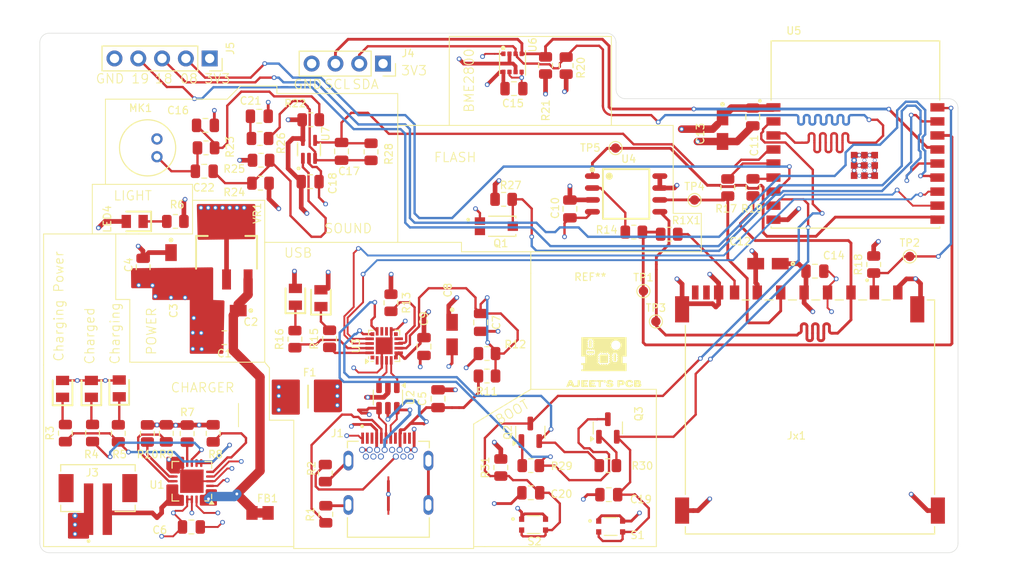
<source format=kicad_pcb>
(kicad_pcb (version 20241229) (generator "pcbnew") (generator_version "9.0")
  (title_block (title "ESP32  PCB LAYOUT_AJEET") (date "2025-06-28"))
  (layers (0 "F.Cu" signal) (4 "In1.Cu" power) (6 "In2.Cu" power) (2 "B.Cu" signal) (13 "F.Paste" user) (15 "B.Paste" user) (5 "F.SilkS" user "F.Silkscreen") (7 "B.SilkS" user "B.Silkscreen") (1 "F.Mask" user) (3 "B.Mask" user) (25 "Edge.Cuts" user))
  (net 0 "")
  (net 1 "+5V")
  (net 2 "GND")
  (net 3 "+3.3V")
  (net 4 "/VBUS")
  (net 5 "Net-(U3-VBUS)")
  (net 6 "Net-(C16-Pad2)")
  (net 7 "/ESP32-C3-02/MIC_OUT")
  (net 8 "/ESP32-C3-02/BOOT")
  (net 9 "/ESP32-C3-02/EN")
  (net 12 "Net-(J1-CC2)")
  (net 13 "/USB_DP")
  (net 15 "/USB_DN")
  (net 19 "Net-(J1-CC1)")
  (net 24 "/VBat")
  (net 25 "/ESP32-C3-02/sDA")
  (net 26 "/ESP32-C3-02/SCL")
  (net 27 "/ESP32-C3-02/GPIO 8")
  (net 28 "/ESP32-C3-02/GPIO19")
  (net 29 "/ESP32-C3-02/GPIO18")
  (net 30 "/ESP32-C3-02/sc_SD")
  (net 33 "/ESP32-C3-02/MOSI_DI")
  (net 34 "Net-(Jx1-DAT0)")
  (net 35 "Net-(LED1-K)")
  (net 36 "Net-(LED2-K)")
  (net 37 "Net-(LED3-K)")
  (net 38 "Net-(LED4-K)")
  (net 39 "Net-(LED5-K)")
  (net 40 "Net-(LED6-K)")
  (net 41 "Net-(U7-IN+)")
  (net 42 "/ESP32-C3-02/Photo C")
  (net 43 "/ESP32-C3-02/RTS")
  (net 44 "Net-(Q2-B)")
  (net 45 "/ESP32-C3-02/DTR")
  (net 46 "Net-(Q3-B)")
  (net 47 "/ESP32-C3-02/MISO_DO")
  (net 48 "/CHARGING POWER GOOD")
  (net 49 "/CHARGED ")
  (net 50 "Net-(U1-~{TE})")
  (net 51 "Net-(U1-THERM)")
  (net 52 "Net-(U1-PROG1)")
  (net 53 "Net-(U1-PROG3)")
  (net 54 "Net-(U3-~{RST})")
  (net 55 "Net-(U4-DO(IO1))")
  (net 56 "Net-(U3-~{TXT}{slash}GPIO.2)")
  (net 57 "Net-(U3-~{RXT}{slash}GPIO.3)")
  (net 58 "Net-(U5-IO6)")
  (net 59 "/ESP32-C3-02/SCLK")
  (net 60 "/ESP32-C3-02/CS")
  (net 66 "/ESP32-C3-02/RX_TX")
  (net 68 "/ESP32-C3-02/TX_RX")
  (net 69 "Net-(U7-IN-)")
  (net 70 "Net-(C21-Pad2)")
  (net 71 "Net-(C22-Pad1)")
  (net 72 "/+5V_USB")
  (net 73 "/ESP32-C3-02/D-")
  (net 74 "/ESP32-C3-02/D+")
  (net 75 "Net-(U5-IO7)")
  (footprint "Resistor_SMD:R_0805_2012Metric" (layer "F.Cu") (at 154.375 127.5 90)
    (property "Reference" "R5")
    (property "Value" "470")
  )
  (footprint "TestPoint:TestPoint_Pad_D1.0mm" (layer "F.Cu") (at 215.875 102.575)
    (property "Reference" "TP4")
    (property "Value" "TesT scl")
  )
  (footprint "Capacitor_SMD:C_0805_2012Metric" (layer "F.Cu") (at 196.6 90.675)
    (property "Reference" "C15")
    (property "Value" "0.1u")
  )
  (footprint "ESP32 PROJECT LIBRARY:SW_USLPT2819DT2TR" (layer "F.Cu") (at 206.925 137.45)
    (property "Reference" "S1")
    (property "Value" "USLPT2819DT2TR")
  )
  (footprint "ESP32 PROJECT LIBRARY:LEDC2012X120N" (layer "F.Cu") (at 156.125 104.86 180)
    (property "Reference" "LED4")
    (property "Value" "LTST-C170KRKT" (hide yes))
  )
  (footprint "ESP32 PROJECT LIBRARY:BELFUSE_SS-52400-002" (layer "F.Cu") (at 183.2 135.145)
    (property "Reference" "J1")
    (property "Value" "SS-52400-002")
  )
  (footprint "Capacitor_SMD:C_0805_2012Metric" (layer "F.Cu") (at 228.725 110.175 180)
    (property "Reference" "C14")
    (property "Value" "0.1u")
  )
  (footprint "Resistor_SMD:R_0805_2012Metric" (layer "F.Cu") (at 198.4 130.95 180)
    (property "Reference" "R29")
    (property "Value" "10k")
  )
  (footprint "Resistor_SMD:R_0805_2012Metric" (layer "F.Cu") (at 235 109.4625 90)
    (property "Reference" "R18")
    (property "Value" "10K")
  )
  (footprint "Connector_PinSocket_2.54mm:PinSocket_1x04_P2.54mm_Vertical" (layer "F.Cu") (at 182.63 88 -90)
    (property "Reference" "J4")
    (property "Value" "Conn_01x04_Pin")
  )
  (footprint "ESP32 PROJECT LIBRARY:LEDC2012X120N" (layer "F.Cu") (at 151.5 122.75 90)
    (property "Reference" "LED2" (hide yes))
    (property "Value" "LTST-C170GKT" (hide yes))
  )
  (footprint "Capacitor_SMD:C_0805_2012Metric" (layer "F.Cu") (at 198.4 133.85 180)
    (property "Reference" "C20")
    (property "Value" "0.1u")
  )
  (footprint "ESP32 PROJECT LIBRARY:T491A" (layer "F.Cu") (at 218.865 95.01 -90)
    (property "Reference" "C13")
    (property "Value" "4.7u" (hide yes))
  )
  (footprint "ESP32 PROJECT LIBRARY:FUSC3226X100N" (layer "F.Cu") (at 174.625 123.575 180)
    (property "Reference" "F1")
    (property "Value" "0ZCH0110AF2E" (hide yes))
  )
  (footprint "Resistor_SMD:R_0805_2012Metric" (layer "F.Cu") (at 213.175 106.225 180)
    (property "Reference" "R1X1")
    (property "Value" "50")
  )
  (footprint "ESP32 PROJECT LIBRARY:LEDC2012X120N" (layer "F.Cu") (at 148.425 122.75 90)
    (property "Reference" "LED1" (hide yes))
    (property "Value" "LTST-C170TBKT" (hide yes))
  )
  (footprint "Capacitor_SMD:C_0805_2012Metric" (layer "F.Cu") (at 187 118.225 90)
    (property "Reference" "C9")
    (property "Value" "0.1u")
  )
  (footprint "Resistor_SMD:R_0805_2012Metric" (layer "F.Cu") (at 160.4625 104.86 180)
    (property "Reference" "R6")
    (property "Value" "470")
  )
  (footprint "Resistor_SMD:R_0805_2012Metric" (layer "F.Cu") (at 195.2 131.15 90)
    (property "Reference" "R31")
    (property "Value" "10k")
  )
  (footprint "Capacitor_SMD:C_0805_2012Metric" (layer "F.Cu") (at 206.725 134.05 180)
    (property "Reference" "C19")
    (property "Value" "0.1u")
  )
  (footprint "ESP32 PROJECT LIBRARY:T491A" (layer "F.Cu") (at 160 109.5 -90)
    (property "Reference" "C3")
    (property "Value" "10u" (hide yes))
  )
  (footprint "Capacitor_SMD:C_0805_2012Metric" (layer "F.Cu") (at 169.425 93.625 180)
    (property "Reference" "C21")
    (property "Value" "1u")
  )
  (footprint "ESP32 PROJECT LIBRARY:T491A" (layer "F.Cu") (at 190 116.95 -90)
    (property "Reference" "C8")
    (property "Value" "4.7u" (hide yes))
  )
  (footprint "Resistor_SMD:R_0805_2012Metric" (layer "F.Cu") (at 195.5 102.5)
    (property "Reference" "R27")
    (property "Value" "10K")
  )
  (footprint "Resistor_SMD:R_0805_2012Metric" (layer "F.Cu") (at 173.225 117.4375 90)
    (property "Reference" "R16")
    (property "Value" "470")
  )
  (footprint "Resistor_SMD:R_0805_2012Metric" (layer "F.Cu") (at 209.4 106 180)
    (property "Reference" "R14")
    (property "Value" "50")
  )
  (footprint "ESP32 PROJECT LIBRARY:SOIC127P790X216-8N" (layer "F.Cu") (at 208.575 101.925)
    (property "Reference" "U4")
    (property "Value" "W25Q32JVSSIQ")
  )
  (footprint "ESP32 PROJECT LIBRARY:BEADC2012X105N" (layer "F.Cu") (at 169.5 136)
    (property "Reference" "FB1")
    (property "Value" "FBMJ2125HM330-T")
  )
  (footprint "ESP32 PROJECT LIBRARY:VREG_LM1117MPX-3.3" (layer "F.Cu") (at 165.925 108.16 90)
    (property "Reference" "VR1")
    (property "Value" "LM1117MPX-3.3")
  )
  (footprint "Capacitor_SMD:C_0805_2012Metric" (layer "F.Cu") (at 174.85 100.61)
    (property "Reference" "C18")
    (property "Value" "0.1U")
  )
  (footprint "Capacitor_SMD:C_0805_2012Metric" (layer "F.Cu") (at 188.5 123.8 90)
    (property "Reference" "C5")
    (property "Value" "0.1u")
  )
  (footprint "Resistor_SMD:R_0805_2012Metric" (layer "F.Cu") (at 169.6125 98.325 180)
    (property "Reference" "R25")
    (property "Value" "1M")
  )
  (footprint "Resistor_SMD:R_0805_2012Metric" (layer "F.Cu") (at 176.925 117.4 90)
    (property "Reference" "R15")
    (property "Value" "470")
  )
  (footprint "Resistor_SMD:R_0805_2012Metric" (layer "F.Cu") (at 206.625 130.95)
    (property "Reference" "R30")
    (property "Value" "10k")
  )
  (footprint "Resistor_SMD:R_0805_2012Metric" (layer "F.Cu") (at 174.9125 94)
    (property "Reference" "R22")
    (property "Value" "2K")
  )
  (footprint "MountingHole:MountingHole_2.5mm" (layer "F.Cu") (at 204.75 114.25)
    (property "Reference" "REF**")
    (property "Value" "MountingHole_2.5mm")
  )
  (footprint "ESP32 PROJECT LIBRARY:JST_B2B-PH-SM4-TB" (layer "F.Cu") (at 152.2 133.35)
    (property "Reference" "J3")
    (property "Value" "B2B-PH-SM4-TB")
  )
  (footprint "ESP32 PROJECT LIBRARY:T491A" (layer "F.Cu") (at 223.715 109.375 180)
    (property "Reference" "C12")
    (property "Value" "10u" (hide yes))
  )
  (footprint "Resistor_SMD:R_0805_2012Metric" (layer "F.Cu") (at 219.425 101.2375 90)
    (property "Reference" "R17")
    (property "Value" "50")
  )
  (footprint "ESP32 PROJECT LIBRARY:T491A" (layer "F.Cu") (at 165.86 114.385 180)
    (property "Reference" "C2")
    (property "Value" "10u" (hide yes))
  )
  (footprint "Resistor_SMD:R_0805_2012Metric" (layer "F.Cu") (at 159.5 127.5 90)
    (property "Reference" "R9")
    (property "Value" "2K")
  )
  (footprint "Resistor_SMD:R_0805_2012Metric" (layer "F.Cu") (at 181.35 97.425 90)
    (property "Reference" "R28")
    (property "Value" "100K")
  )
  (footprint "Resistor_SMD:R_0805_2012Metric" (layer "F.Cu") (at 176.47 131.745 -90)
    (property "Reference" "R2")
    (property "Value" "5k1")
  )
  (footprint "Package_DFN_QFN:QFN-20-1EP_4x4mm_P0.5mm_EP2.5x2.5mm" (layer "F.Cu") (at 162.225 132.6125 180)
    (property "Reference" "U1")
    (property "Value" "MCP73871")
  )
  (footprint "Resistor_SMD:R_0805_2012Metric" (layer "F.Cu") (at 164.5 127.5 90)
    (property "Reference" "R8")
    (property "Value" "10K")
  )
  (footprint "ESP32 PROJECT LIBRARY:LEDC2012X120N" (layer "F.Cu") (at 176 113.0625 90)
    (property "Reference" "LED6" (hide yes))
    (property "Value" "LTST-C170GKT" (hide yes))
  )
  (footprint "ESP32 PROJECT LIBRARY:TRANS_TEMT6000X01" (layer "F.Cu") (at 194.725 105.375)
    (property "Reference" "Q1")
    (property "Value" "TEMT6000X01")
  )
  (footprint "Resistor_SMD:R_0805_2012Metric" (layer "F.Cu") (at 169.5 96 180)
    (property "Reference" "R26")
    (property "Value" "10K")
  )
  (footprint "Package_TO_SOT_SMD:SOT-23" (layer "F.Cu") (at 198.35 127.3875 90)
    (property "Reference" "Q2")
    (property "Value" "BC817")
  )
  (footprint "MountingHole:MountingHole_2.5mm" (layer "F.Cu") (at 149.8 97.475)
    (property "Reference" "REF**" (hide yes))
    (property "Value" "MountingHole_2.5mm")
  )
  (footprint "ESP32 PROJECT LIBRARY:LEDC2012X120N" (layer "F.Cu") (at 154.475 122.7 90)
    (property "Reference" "LED3" (hide yes))
    (property "Value" "LTST-C170KRKT" (hide yes))
  )
  (footprint "Capacitor_SMD:C_0805_2012Metric" (layer "F.Cu") (at 163.675 94.6 180)
    (property "Reference" "C16")
    (property "Value" "0.1U")
  )
  (footprint "Capacitor_SMD:C_0805_2012Metric" (layer "F.Cu") (at 162.175 137.5)
    (property "Reference" "C6")
    (property "Value" "10u")
  )
  (footprint "Resistor_SMD:R_0805_2012Metric" (layer "F.Cu") (at 222.115 101.225 -90)
    (property "Reference" "R19")
    (property "Value" "50")
  )
  (footprint "Resistor_SMD:R_0805_2012Metric" (layer "F.Cu") (at 199.975 88.2 -90)
    (property "Reference" "R21")
    (property "Value" "4K7")
  )
  (footprint "Resistor_SMD:R_0805_2012Metric" (layer "F.Cu") (at 169.55 100.775 180)
    (property "Reference" "R24")
    (property "Value" "1M")
  )
  (footprint "Package_TO_SOT_SMD:SOT-23-6" (layer "F.Cu") (at 183.15 123.675 -90)
    (property "Reference" "U2")
    (property "Value" "USBLC6-2SC6")
  )
  (footprint "Capacitor_SMD:C_0805_2012Metric" (layer "F.Cu") (at 163.55 99.5)
    (property "Reference" "C22")
    (property "Value" "10n")
  )
  (footprint "TestPoint:TestPoint_Pad_D1.0mm" (layer "F.Cu") (at 207.45 97.025)
    (property "Reference" "TP5")
    (property "Value" "TEST CS")
  )
  (footprint "ESP32 PROJECT LIBRARY:PSON65P250X250X100-8N" (layer "F.Cu") (at 196.45 87.925 90)
    (property "Reference" "U6")
    (property "Value" "BME280")
  )
  (footprint "Capacitor_SMD:C_0805_2012Metric" (layer "F.Cu") (at 157.025 109.75 -90)
    (property "Reference" "C4")
    (property "Value" "0.1U")
  )
  (footprint "TestPoint:TestPoint_Pad_D1.0mm" (layer "F.Cu") (at 238.85 108.6)
    (property "Reference" "TP2")
    (property "Value" "TEST SD")
  )
  (footprint "DEMO.PREETY:AJEET" (layer "F.Cu") (at 206.208153 120.048253)
    (property "Reference" "G***" (hide yes))
    (property "Value" "LOGO" (hide yes))
  )
  (footprint "Connector_PinSocket_2.54mm:PinSocket_1x05_P2.54mm_Vertical" (layer "F.Cu") (at 164.125 87.45 -90)
    (property "Reference" "J5")
    (property "Value" "Conn_01x05_Pin")
  )
  (footprint "ESP32 PROJECT LIBRARY:CUI_CMC-5042PF-AC" (layer "F.Cu") (at 157.5 97)
    (property "Reference" "MK1")
    (property "Value" "CMC-5042PF-AC")
  )
  (footprint "Resistor_SMD:R_0805_2012Metric" (layer "F.Cu") (at 176.52 136.145 90)
    (property "Reference" "R1")
    (property "Value" "5k1")
  )
  (footprint "Resistor_SMD:R_0805_2012Metric" (layer "F.Cu") (at 202.175 88.2125 -90)
    (property "Reference" "R20")
    (property "Value" "4K7")
  )
  (footprint "Package_DFN_QFN:SiliconLabs_QFN-20-1EP_3x3mm_P0.5mm_EP1.8x1.8mm" (layer "F.Cu") (at 182.75 118.15 90)
    (property "Reference" "U3")
    (property "Value" "CP2102N-Axx-xQFN20")
  )
  (footprint "Resistor_SMD:R_0805_2012Metric" (layer "F.Cu") (at 151.625 127.4625 90)
    (property "Reference" "R4")
    (property "Value" "470")
  )
  (footprint "TestPoint:TestPoint_Pad_D1.0mm" (layer "F.Cu") (at 210.425 112.3)
    (property "Reference" "TP1")
    (property "Value" "Test MISO")
  )
  (footprint "Resistor_SMD:R_0805_2012Metric" (layer "F.Cu") (at 157.475 127.5125 90)
    (property "Reference" "R10")
    (property "Value" "20K")
  )
  (footprint "Capacitor_SMD:C_0805_2012Metric" (layer "F.Cu") (at 178.2 97.375 90)
    (property "Reference" "C17")
    (property "Value" "0.1U")
  )
  (footprint "Capacitor_SMD:C_0805_2012Metric" (layer "F.Cu") (at 202.575 103.525 -90)
    (property "Reference" "C10")
    (property "Value" "0.1u")
  )
  (footprint "Package_TO_SOT_SMD:SOT-23" (layer "F.Cu") (at 206.625 126.925 90)
    (property "Reference" "Q3")
    (property "Value" "BC817")
  )
  (footprint "Resistor_SMD:R_0805_2012Metric" (layer "F.Cu") (at 163.7375 97 180)
    (property "Reference" "R23")
    (property "Value" "2K")
  )
  (footprint "Capacitor_SMD:C_0805_2012Metric" (layer "F.Cu") (at 222.09 93.7 90)
    (property "Reference" "C11")
    (property "Value" "0.1u")
  )
  (footprint "Capacitor_SMD:C_0805_2012Metric" (layer "F.Cu") (at 165.7 117.285 180)
    (property "Reference" "C1")
    (property "Value" "0.1U")
  )
  (footprint "ESP32 PROJECT LIBRARY:MODULE_ESP32-C3-WROOM-02-H4" (layer "F.Cu") (at 233.05 95.575)
    (property "Reference" "U5")
    (property "Value" "ESP32-C3-WROOM-02-H4")
  )
  (footprint "Capacitor_SMD:C_0805_2012Metric" (layer "F.Cu") (at 193.05 115.65 -90)
    (property "Reference" "C7")
    (property "Value" "1u")
  )
  (footprint "Resistor_SMD:R_0805_2012Metric" (layer "F.Cu") (at 161.725 127.525 90)
    (property "Reference" "R7")
    (property "Value" "10K")
  )
  (footprint "Resistor_SMD:R_0805_2012Metric" (layer "F.Cu") (at 148.725 127.475 90)
    (property "Reference" "R3")
    (property "Value" "470")
  )
  (footprint "Resistor_SMD:R_0805_2012Metric" (layer "F.Cu") (at 193.725 121.375 180)
    (property "Reference" "R11")
    (property "Value" "22K1")
  )
  (footprint "ESP32 PROJECT LIBRARY:LEDC2012X120N" (layer "F.Cu") (at 173.275 112.9125 90)
    (property "Reference" "LED5" (hide yes))
    (property "Value" "LTST-C170KRKT" (hide yes))
  )
  (footprint "ESP32 PROJECT LIBRARY:SOT65P210X110-5N" (layer "F.Cu") (at 174.725 97.16 90)
    (property "Reference" "U7")
    (property "Value" "MAX4466EXK")
  )
  (footprint "TestPoint:TestPoint_Pad_D1.0mm" (layer "F.Cu") (at 211.75 115.55)
    (property "Reference" "TP3")
    (property "Value" "TEST MOSI")
  )
  (footprint "ESP32 PROJECT LIBRARY:SW_USLPT2819DT2TR" (layer "F.Cu") (at 198.7 137.25)
    (property "Reference" "S2")
    (property "Value" "USLPT2819DT2TR")
  )
  (footprint "Resistor_SMD:R_0805_2012Metric" (layer "F.Cu") (at 183.475 113.55 -90)
    (property "Reference" "R13")
    (property "Value" "1K")
  )
  (footprint "Resistor_SMD:R_0805_2012Metric" (layer "F.Cu") (at 193.725 118.975)
    (property "Reference" "R12")
    (property "Value" "47K5")
  )
  (footprint "ESP32 PROJECT LIBRARY:AMPHENOL_GSD090012SEU" (layer "F.Cu") (at 228.2 125.75)
    (property "Reference" "Jx1")
    (property "Value" "GSD090012SEU")
  )
  (gr_line (start 189.7 94.6) (end 184.2 94.6) (stroke (width 0.1)) (layer "F.SilkS"))
  (gr_line (start 170 119.9) (end 170 107.1) (stroke (width 0.1)) (layer "F.SilkS"))
  (gr_line (start 173.1 139.6) (end 173.1 126.1) (stroke (width 0.1)) (layer "F.SilkS"))
  (gr_line (start 192.3 139.8) (end 173.2 139.8) (stroke (width 0.1)) (layer "F.SilkS"))
  (gr_line (start 167.2 126.8) (end 167.2 124.3) (stroke (width 0.1)) (layer "F.SilkS"))
  (gr_line (start 198.4 110.4) (end 198.4 122.8) (stroke (width 0.1)) (layer "F.SilkS"))
  (gr_line (start 162.3 106.2) (end 156.55 106.2) (stroke (width 0.1)) (layer "F.SilkS"))
  (gr_line (start 184.2 107.1) (end 191 107.1) (stroke (width 0.1)) (layer "F.SilkS"))
  (gr_line (start 173.1 126.1) (end 170.5 126.1) (stroke (width 0.1)) (layer "F.SilkS"))
  (gr_line (start 147 139.6) (end 173.1 139.6) (stroke (width 0.1)) (layer "F.SilkS"))
  (gr_line (start 151.6 106.2) (end 151.6 100.9) (stroke (width 0.1)) (layer "F.SilkS"))
  (gr_line (start 192.3 126.5) (end 192.3 139.8) (stroke (width 0.1)) (layer "F.SilkS"))
  (gr_line (start 184.2 91.2) (end 184.2 107.1) (stroke (width 0.1)) (layer "F.SilkS"))
  (gr_line (start 166 91.8) (end 167.4 90.4) (stroke (width 0.1)) (layer "F.SilkS"))
  (gr_line (start 211.8 122.8) (end 211.8 139.6) (stroke (width 0.1)) (layer "F.SilkS"))
  (gr_line (start 155.6 119.9) (end 156.8 119.9) (stroke (width 0.1)) (layer "F.SilkS"))
  (gr_line (start 162.3 100.9) (end 153 100.9) (stroke (width 0.1)) (layer "F.SilkS"))
  (gr_line (start 170.5 126.1) (end 170.5 120.5) (stroke (width 0.1)) (layer "F.SilkS"))
  (gr_line (start 189.7 94.6) (end 207 94.6) (stroke (width 0.1)) (layer "F.SilkS"))
  (gr_line (start 151.6 100.9) (end 153 100.9) (stroke (width 0.1)) (layer "F.SilkS"))
  (gr_line (start 170 102.6) (end 162.3 102.6) (stroke (width 0.1)) (layer "F.SilkS"))
  (gr_line (start 193.5 139.6) (end 192.3 139.6) (stroke (width 0.1)) (layer "F.SilkS"))
  (gr_line (start 213.6 96.4) (end 213.6 104) (stroke (width 0.1)) (layer "F.SilkS"))
  (gr_line (start 167.4 90.4) (end 171.3 90.4) (stroke (width 0.1)) (layer "F.SilkS"))
  (gr_line (start 146.4 106.2) (end 151.6 106.2) (stroke (width 0.1)) (layer "F.SilkS"))
  (gr_line (start 189.7 85.1) (end 189.7 94.6) (stroke (width 0.1)) (layer "F.SilkS"))
  (gr_line (start 171.3 91.2) (end 184.2 91.2) (stroke (width 0.1)) (layer "F.SilkS"))
  (gr_line (start 156.55 106.2) (end 155.225 106.2) (stroke (width 0.1)) (layer "F.SilkS"))
  (gr_line (start 162.3 102.6) (end 162.3 100.9) (stroke (width 0.1)) (layer "F.SilkS"))
  (gr_line (start 155.225 106.2) (end 151.6 106.2) (stroke (width 0.1)) (layer "F.SilkS"))
  (gr_line (start 173.2 139.8) (end 173.1 139.8) (stroke (width 0.1)) (layer "F.SilkS"))
  (gr_line (start 207 94.6) (end 207 85.1) (stroke (width 0.1)) (layer "F.SilkS"))
  (gr_line (start 171.3 90.4) (end 171.3 91.2) (stroke (width 0.1)) (layer "F.SilkS"))
  (gr_line (start 213.6 104) (end 216.6 104) (stroke (width 0.1)) (layer "F.SilkS"))
  (gr_line (start 170.5 120.5) (end 170 119.9) (stroke (width 0.1)) (layer "F.SilkS"))
  (gr_line (start 155.6 113.2) (end 155.6 119.9) (stroke (width 0.1)) (layer "F.SilkS"))
  (gr_line (start 162.3 106.1) (end 162.3 106.2) (stroke (width 0.1)) (layer "F.SilkS"))
  (gr_line (start 213.6 94.6) (end 213.6 96.4) (stroke (width 0.1)) (layer "F.SilkS"))
  (gr_line (start 207 85.1) (end 189.7 85.1) (stroke (width 0.1)) (layer "F.SilkS"))
  (gr_line (start 146.4 139.6) (end 147 139.6) (stroke (width 0.1)) (layer "F.SilkS"))
  (gr_line (start 216.6 108.1) (end 197.5 108.1) (stroke (width 0.1)) (layer "F.SilkS"))
  (gr_line (start 154.1 106.2) (end 154.1 113.2) (stroke (width 0.1)) (layer "F.SilkS"))
  (gr_line (start 154.1 113.2) (end 155.6 113.2) (stroke (width 0.1)) (layer "F.SilkS"))
  (gr_line (start 170 107.1) (end 170 102.6) (stroke (width 0.1)) (layer "F.SilkS"))
  (gr_line (start 184.2 107.1) (end 170 107.1) (stroke (width 0.1)) (layer "F.SilkS"))
  (gr_line (start 197.5 108.1) (end 191 108.1) (stroke (width 0.1)) (layer "F.SilkS"))
  (gr_line (start 216.6 104) (end 216.6 108.1) (stroke (width 0.1)) (layer "F.SilkS"))
  (gr_line (start 211.8 139.6) (end 193.5 139.6) (stroke (width 0.1)) (layer "F.SilkS"))
  (gr_line (start 153 100.9) (end 153 91.8) (stroke (width 0.1)) (layer "F.SilkS"))
  (gr_line (start 191 107.1) (end 191 108.1) (stroke (width 0.1)) (layer "F.SilkS"))
  (gr_line (start 146.4 120.2) (end 146.4 139.6) (stroke (width 0.1)) (layer "F.SilkS"))
  (gr_line (start 198.4 122.8) (end 211.8 122.8) (stroke (width 0.1)) (layer "F.SilkS"))
  (gr_line (start 156.8 119.9) (end 170 119.9) (stroke (width 0.1)) (layer "F.SilkS"))
  (gr_line (start 170.2 107.1) (end 170 107.1) (stroke (width 0.1)) (layer "F.SilkS"))
  (gr_line (start 198.4 122.8) (end 192.3 126.5) (stroke (width 0.1)) (layer "F.SilkS"))
  (gr_line (start 198.4 108.1) (end 198.4 110.4) (stroke (width 0.1)) (layer "F.SilkS"))
  (gr_line (start 146.4 120.2) (end 146.4 106.2) (stroke (width 0.1)) (layer "F.SilkS"))
  (gr_line (start 173.1 139.8) (end 173.1 139.6) (stroke (width 0.1)) (layer "F.SilkS"))
  (gr_line (start 207 94.6) (end 213.6 94.6) (stroke (width 0.1)) (layer "F.SilkS"))
  (gr_line (start 153 91.8) (end 166 91.8) (stroke (width 0.1)) (layer "F.SilkS"))
  (gr_line (start 162.3 102.6) (end 162.3 106.1) (stroke (width 0.1)) (layer "F.SilkS"))
  (gr_arc (start 208.5 91.75) (mid 207.792893 91.457107) (end 207.5 90.75) (stroke (width 0.05)) (layer "Edge.Cuts"))
  (gr_line (start 207.5 90.75) (end 207.5 85.75) (stroke (width 0.05)) (layer "Edge.Cuts"))
  (gr_arc (start 206.5 84.75) (mid 207.207107 85.042893) (end 207.5 85.75) (stroke (width 0.05)) (layer "Edge.Cuts"))
  (gr_line (start 206.5 84.75) (end 147 84.75) (stroke (width 0.05)) (layer "Edge.Cuts"))
  (gr_arc (start 244 139.25) (mid 243.707107 139.957107) (end 243 140.25) (stroke (width 0.05)) (layer "Edge.Cuts"))
  (gr_line (start 244 139.25) (end 244 92.75) (stroke (width 0.05)) (layer "Edge.Cuts"))
  (gr_arc (start 147 140.25) (mid 146.292893 139.957107) (end 146 139.25) (stroke (width 0.05)) (layer "Edge.Cuts"))
  (gr_arc (start 146 85.75) (mid 146.292893 85.042893) (end 147 84.75) (stroke (width 0.05)) (layer "Edge.Cuts"))
  (gr_line (start 224 91.75) (end 208.5 91.75) (stroke (width 0.05)) (layer "Edge.Cuts"))
  (gr_line (start 243 91.75) (end 224 91.75) (stroke (width 0.05)) (layer "Edge.Cuts"))
  (gr_line (start 147 140.25) (end 243 140.25) (stroke (width 0.05)) (layer "Edge.Cuts"))
  (gr_line (start 146 85.75) (end 146 139.25) (stroke (width 0.05)) (layer "Edge.Cuts"))
  (gr_arc (start 243 91.75) (mid 243.707107 92.042893) (end 244 92.75) (stroke (width 0.05)) (layer "Edge.Cuts"))
  (gr_text "CHARGER" (at 159.9 123.2 0) (layer "F.SilkS") (effects (font (size 1 1) (thickness 0.1)) (justify left bottom)))
  (gr_text "19" (at 155.7 90.2 0) (layer "F.SilkS") (effects (font (size 1 1) (thickness 0.1)) (justify left bottom)))
  (gr_text "08" (at 160.9 90.2 0) (layer "F.SilkS") (effects (font (size 1 1) (thickness 0.1)) (justify left bottom)))
  (gr_text "Charged" (at 151.9 120.2 90) (layer "F.SilkS") (effects (font (size 1 1) (thickness 0.1)) (justify left bottom)))
  (gr_text "GND" (at 151.9 90.2 0) (layer "F.SilkS") (effects (font (size 1 1) (thickness 0.1)) (justify left bottom)))
  (gr_text "Charging Power" (at 148.6 119.9 90) (layer "F.SilkS") (effects (font (size 1 1) (thickness 0.1)) (justify left bottom)))
  (gr_text "18" (at 158.2 90.2 0) (layer "F.SilkS") (effects (font (size 1 1) (thickness 0.1)) (justify left bottom)))
  (gr_text "Charging" (at 154.6 120.2 90) (layer "F.SilkS") (effects (font (size 1 1) (thickness 0.1)) (justify left bottom)))
  (gr_text "BOOT" (at 195 126.7375 30) (layer "F.SilkS") (effects (font (size 1 1) (thickness 0.1)) (justify left bottom)))
  (gr_text "POWER" (at 158.5 119.2 90) (layer "F.SilkS") (effects (font (size 1 1) (thickness 0.1)) (justify left bottom)))
  (gr_text "FLASH" (at 188 98.6 0) (layer "F.SilkS") (effects (font (size 1 1) (thickness 0.1)) (justify left bottom)))
  (gr_text "SCL" (at 176.3 90.8 0) (layer "F.SilkS") (effects (font (size 1 1) (thickness 0.1)) (justify left bottom)))
  (gr_text "LIGHT" (at 153.8 102.7 0) (layer "F.SilkS") (effects (font (size 1 1) (thickness 0.1)) (justify left bottom)))
  (gr_text "SOUND" (at 176.3 106.2 0) (layer "F.SilkS") (effects (font (size 1 1) (thickness 0.1)) (justify left bottom)))
  (gr_text "3V3" (at 184.5 89.33 0) (layer "F.SilkS") (effects (font (size 1 1) (thickness 0.1)) (justify left bottom)))
  (gr_text "USB" (at 172 108.8 0) (layer "F.SilkS") (effects (font (size 1 1) (thickness 0.1)) (justify left bottom)))
  (gr_text "3V3" (at 163.5 90.2 0) (layer "F.SilkS") (effects (font (size 1 1) (thickness 0.1)) (justify left bottom)))
  (gr_text "GND" (at 173 90.8 0) (layer "F.SilkS") (effects (font (size 1 1) (thickness 0.1)) (justify left bottom)))
  (gr_text "SDA" (at 179.3 90.8 0) (layer "F.SilkS") (effects (font (size 1 1) (thickness 0.1)) (justify left bottom)))
  (gr_text "BME2800" (at 192.4 93.3 90) (layer "F.SilkS") (effects (font (size 1 1) (thickness 0.1)) (justify left bottom)))
  (segment (start 167.025 133.975) (end 168.64 135.59) (width 1) (layer "F.Cu") (net 1))
  (segment (start 167.17 114.385) (end 167.17 113.725) (width 1) (layer "F.Cu") (net 1))
  (segment (start 168.64 135.59) (end 168.64 136) (width 1) (layer "F.Cu") (net 1))
  (segment (start 166.65 117.285) (end 166.65 114.905) (width 1) (layer "F.Cu") (net 1))
  (segment (start 169.5 121.5) (end 166.65 118.65) (width 1) (layer "F.Cu") (net 1))
  (segment (start 167.17 113.725) (end 168.225 112.67) (width 1) (layer "F.Cu") (net 1))
  (segment (start 169.5 131.5) (end 169.5 121.5) (width 1) (layer "F.Cu") (net 1))
  (segment (start 166.65 118.65) (end 166.65 117.285) (width 1) (layer "F.Cu") (net 1))
  (segment (start 168.225 112.67) (end 168.225 111.06) (width 1) (layer "F.Cu") (net 1))
  (segment (start 168.64 136) (end 170.36 136) (width 1) (layer "F.Cu") (net 1))
  (segment (start 166.65 114.905) (end 167.17 114.385) (width 1) (layer "F.Cu") (net 1))
  (segment (start 167.025 133.975) (end 169.5 131.5) (width 1) (layer "F.Cu") (net 1))
  (via (at 167.025 133.975) (size 0.5) (drill 0.3) (layers "F.Cu" "B.Cu") (net 1))
  (via (at 164 134.5) (size 0.5) (drill 0.3) (layers "F.Cu" "B.Cu") (net 1))
  (segment (start 167.025 133.975) (end 166.75 134.25) (width 1) (layer "B.Cu") (net 1))
  (segment (start 166.75 134.25) (end 164.25 134.25) (width 1) (layer "B.Cu") (net 1))
  (segment (start 164 134.5) (end 164.25 134.25) (width 1) (layer "B.Cu") (net 1))
  (segment (start 217.801 113.651) (end 215.149 113.651) (width 0.5) (layer "F.Cu") (net 2))
  (segment (start 218.45 111.45) (end 217.5 110.5) (width 0.5) (layer "F.Cu") (net 2))
  (segment (start 239.5 111) (end 240 111.5) (width 0.5) (layer "F.Cu") (net 2))
  (segment (start 240 111.5) (end 240 113.9) (width 0.5) (layer "F.Cu") (net 2))
  (segment (start 196.125 89.25) (end 196.375 89.5) (width 0.2) (layer "F.Cu") (net 2))
  (segment (start 187.47 130.415) (end 187.47 135.145) (width 0.3) (layer "F.Cu") (net 2))
  (segment (start 175.543 99.043) (end 176 99.5) (width 0.254) (layer "F.Cu") (net 2))
  (segment (start 202.575 104.475) (end 202 105.05) (width 0.254) (layer "F.Cu") (net 2))
  (segment (start 207.887546 136.299) (end 208.2 136.611454) (width 0.3) (layer "F.Cu") (net 2))
  (segment (start 237.575 111.925) (end 238.5 111) (width 0.5) (layer "F.Cu") (net 2))
  (segment (start 205.65 136.87) (end 205.65 136.611454) (width 0.3) (layer "F.Cu") (net 2))
  (segment (start 197.425 136.67) (end 197.425 136.411454) (width 0.3) (layer "F.Cu") (net 2))
  (segment (start 229.95 112.05) (end 229.675 112.05) (width 0.2) (layer "F.Cu") (net 2))
  (segment (start 190 118.61) (end 190 120) (width 0.3) (layer "F.Cu") (net 2))
  (segment (start 183.522 116.422) (end 184.078 116.422) (width 0.254) (layer "F.Cu") (net 2))
  (segment (start 238.5 111) (end 239.5 111) (width 0.5) (layer "F.Cu") (net 2))
  (segment (start 163.875 126.6125) (end 163.9 126.6375) (width 0.5) (layer "F.Cu") (net 2))
  (segment (start 215.149 113.651) (end 214.8 114) (width 0.5) (layer "F.Cu") (net 2))
  (segment (start 197.425 135.925) (end 197 135.5) (width 0.3) (layer "F.Cu") (net 2))
  (segment (start 181 123.651) (end 180.849 123.651) (width 0.5) (layer "F.Cu") (net 2))
  (segment (start 231 111) (end 229.95 112.05) (width 0.2) (layer "F.Cu") (net 2))
  (segment (start 175.094946 99.043) (end 175.543 99.043) (width 0.254) (layer "F.Cu") (net 2))
  (segment (start 197.737454 136.099) (end 199.662546 136.099) (width 0.3) (layer "F.Cu") (net 2))
  (segment (start 180.265 128.015) (end 180.45 128.015) (width 0.2) (layer "F.Cu") (net 2))
  (segment (start 160.5 126.6375) (end 161.7 126.6375) (width 0.5) (layer "F.Cu") (net 2))
  (segment (start 209.13 136.87) (end 210 136) (width 0.3) (layer "F.Cu") (net 2))
  (segment (start 218.865 96.32) (end 220.42 96.32) (width 0.8) (layer "F.Cu") (net 2))
  (segment (start 218.15 114) (end 217.801 113.651) (width 0.5) (layer "F.Cu") (net 2))
  (segment (start 229.675 110.175) (end 230.075 110.575) (width 0.2) (layer "F.Cu") (net 2))
  (segment (start 208.2 136.87) (end 209.13 136.87) (width 0.3) (layer "F.Cu") (net 2))
  (segment (start 230.075 114.075) (end 230.5 114.5) (width 0.2) (layer "F.Cu") (net 2))
  (segment (start 182.5 119.7) (end 182.5 120.5) (width 0.254) (layer "F.Cu") (net 2))
  (segment (start 208.2 136.611454) (end 208.2 136.87) (width 0.3) (layer "F.Cu") (net 2))
  (segment (start 159.5375 126.6) (end 159.575 126.6375) (width 0.5) (layer "F.Cu") (net 2))
  (segment (start 240 113.9) (end 239.65 114.25) (width 0.5) (layer "F.Cu") (net 2))
  (segment (start 214.55 114.25) (end 214.55 111.55) (width 0.5) (layer "F.Cu") (net 2))
  (segment (start 192.97 103.97) (end 192.5 103.5) (width 0.254) (layer "F.Cu") (net 2))
  (segment (start 180.4 129.265) (end 181.2 129.265) (width 0.3) (layer "F.Cu") (net 2))
  (segment (start 218.865 96.32) (end 216.18 96.32) (width 0.8) (layer "F.Cu") (net 2))
  (segment (start 175.8 100.61) (end 175.8 102.3) (width 0.254) (layer "F.Cu") (net 2))
  (segment (start 159.575 126.6375) (end 160.5 126.6375) (width 0.5) (layer "F.Cu") (net 2))
  (segment (start 218.45 112.45) (end 218.45 111.45) (width 0.5) (layer "F.Cu") (net 2))
  (segment (start 240.75 135.75) (end 239 134) (width 0.5) (layer "F.Cu") (net 2))
  (segment (start 193.545 86.955) (end 193.25 87.25) (width 0.2) (layer "F.Cu") (net 2))
  (segment (start 196.375 89.5) (end 197.425 89.5) (width 0.2) (layer "F.Cu") (net 2))
  (segment (start 237.575 112.45) (end 237.575 111.925) (width 0.5) (layer "F.Cu") (net 2))
  (segment (start 164.625 94.6) (end 164.625 93) (width 0.3) (layer "F.Cu") (net 2))
  (segment (start 174.725 98.12) (end 174.725 98.673054) (width 0.254) (layer "F.Cu") (net 2))
  (segment (start 161.7 126.6375) (end 161.725 126.6125) (width 0.5) (layer "F.Cu") (net 2))
  (segment (start 216.25 135.75) (end 217.5 134.5) (width 0.5) (layer "F.Cu") (net 2))
  (segment (start 222.405 108.405) (end 222 108) (width 0.5) (layer "F.Cu") (net 2))
  (segment (start 176.47 132.6575) (end 176.6875 132.6575) (width 0.3) (layer "F.Cu") (net 2))
  (segment (start 165 137.5) (end 165.5 137) (width 0.2) (layer "F.Cu") (net 2))
  (segment (start 186.6 119.175) (end 186.6 120.4) (width 0.3) (layer "F.Cu") (net 2))
  (segment (start 199.975 136.411454) (end 199.975 136.67) (width 0.3) (layer "F.Cu") (net 2))
  (segment (start 205.65 136.611454) (end 205.962454 136.299) (width 0.3) (layer "F.Cu") (net 2))
  (segment (start 178.75 127.75) (end 180 127.75) (width 0.2) (layer "F.Cu") (net 2))
  (segment (start 162.225 132.6125) (end 164.1625 132.6125) (width 0.2) (layer "F.Cu") (net 2))
  (segment (start 204.33 104.475) (end 204.975 103.83) (width 0.254) (layer "F.Cu") (net 2))
  (segment (start 178.8425 135.2325) (end 178.93 135.145) (width 0.3) (layer "F.Cu") (net 2))
  (segment (start 174.725 98.673054) (end 175.094946 99.043) (width 0.254) (layer "F.Cu") (net 2))
  (segment (start 188.5 122.85) (end 190.35 122.85) (width 0.5) (layer "F.Cu") (net 2))
  (segment (start 197.425 136.67) (end 197.425 135.925) (width 0.3) (layer "F.Cu") (net 2))
  (segment (start 196.125 88.895) (end 196.125 89.25) (width 0.2) (layer "F.Cu") (net 2))
  (segment (start 164.657898 132.6125) (end 164.1625 132.6125) (width 0.2) (layer "F.Cu") (net 2))
  (segment (start 199.662546 136.099) (end 199.975 136.411454) (width 0.3) (layer "F.Cu") (net 2))
  (segment (start 166.020398 131.25) (end 164.657898 132.6125) (width 0.2) (layer "F.Cu") (net 2))
  (segment (start 225.825 104.675) (end 227 103.5) (width 0.5) (layer "F.Cu") (net 2))
  (segment (start 163.125 137.5) (end 165 137.5) (width 0.2) (layer "F.Cu") (net 2))
  (segment (start 182 121) (end 180 121) (width 0.2) (layer "F.Cu") (net 2))
  (segment (start 195.475 86.955) (end 194.545 86.955) (width 0.2) (layer "F.Cu") (net 2))
  (segment (start 163 126.6125) (end 163.875 126.6125) (width 0.5) (layer "F.Cu") (net 2))
  (segment (start 234.56 99.975) (end 235.11 99.975) (width 0.5) (layer "F.Cu") (net 2))
  (segment (start 185.95 128.015) (end 185.95 129.215) (width 0.3) (layer "F.Cu") (net 2))
  (segment (start 161.725 126.6125) (end 163 126.6125) (width 0.5) (layer "F.Cu") (net 2))
  (segment (start 192.97 104.825) (end 192.97 103.97) (width 0.254) (layer "F.Cu") (net 2))
  (segment (start 224.3 104.675) (end 225.825 104.675) (width 0.5) (layer "F.Cu") (net 2))
  (segment (start 161.225 131.6125) (end 161.225 130.675) (width 0.2) (layer "F.Cu") (net 2))
  (segment (start 205.775 134.05) (end 204.45 134.05) (width 0.3) (layer "F.Cu") (net 2))
  (segment (start 192.8125 119.1875) (end 191.5 120.5) (width 0.3) (layer "F.Cu") (net 2))
  (segment (start 234.56 97.775) (end 235.11 97.775) (width 0.5) (layer "F.Cu") (net 2))
  (segment (start 176.6875 132.6575) (end 178.93 130.415) (width 0.3) (layer "F.Cu") (net 2))
  (segment (start 176 99.5) (end 176 100.41) (width 0.254) (layer "F.Cu") (net 2))
  (segment (start 157.475 126.6) (end 158.5 126.6) (width 0.5) (layer "F.Cu") (net 2))
  (segment (start 233.46 98.875) (end 234.01 98.875) (width 0.5) (layer "F.Cu") (net 2))
  (segment (start 185.95 128.015) (end 185.95 127.05) (width 0.3) (layer "F.Cu") (net 2))
  (segment (start 229.675 112.05) (end 230.075 112.45) (width 0.2) (layer "F.Cu") (net 2))
  (segment (start 204.45 134.05) (end 204 134.5) (width 0.3) (layer "F.Cu") (net 2))
  (segment (start 162.225 132.6125) (end 161.225 131.6125) (width 0.2) (layer "F.Cu") (net 2))
  (segment (start 184.078 116.422) (end 185 115.5) (width 0.254) (layer "F.Cu") (net 2))
  (segment (start 197.45 133.85) (end 196.3 135) (width 0.3) (layer "F.Cu") (net 2))
  (segment (start 222.405 111.43) (end 222.405 109.375) (width 0.5) (layer "F.Cu") (net 2))
  (segment (start 185.2 129.265) (end 186 129.265) (width 0.3) (layer "F.Cu") (net 2))
  (segment (start 197.425 136.411454) (end 197.737454 136.099) (width 0.3) (layer "F.Cu") (net 2))
  (segment (start 183.5 116.6) (end 183.5 117.4) (width 0.254) (layer "F.Cu") (net 2))
  (segment (start 197.425 89.5) (end 197.425 90.55) (width 0.2) (layer "F.Cu") (net 2))
  (segment (start 183.2 134) (end 183.2 132.595) (width 0.3) (layer "F.Cu") (net 2))
  (segment (start 185.95 129.215) (end 186 129.265) (width 0.3) (layer "F.Cu") (net 2))
  (segment (start 182.5 118.4) (end 182.5 119.7) (width 0.254) (layer "F.Cu") (net 2))
  (segment (start 202 105.05) (end 202 106.5) (width 0.254) (layer "F.Cu") (net 2))
  (segment (start 229.675 110.175) (end 230.175 110.175) (width 0.2) (layer "F.Cu") (net 2))
  (segment (start 222.575 111.6) (end 222.405 111.43) (width 0.5) (layer "F.Cu") (net 2))
  (segment (start 197.425 88.895) (end 197.425 89.5) (width 0.2) (layer "F.Cu") (net 2))
  (segment (start 192.8125 118.975) (end 192.8125 119.1875) (width 0.3) (layer "F.Cu") (net 2))
  (segment (start 183.2 135.695) (end 183.2 134) (width 0.3) (layer "F.Cu") (net 2))
  (segment (start 183.522 116.6) (end 183.522 116.422) (width 0.254) (layer "F.Cu") (net 2))
  (segment (start 214.8 114) (end 214.55 114.25) (width 0.5) (layer "F.Cu") (net 2))
  (segment (start 170.375 93.625) (end 170.375 92.125) (width 0.3) (layer "F.Cu") (net 2))
  (segment (start 230.075 112.45) (end 230.075 114.075) (width 0.2) (layer "F.Cu") (net 2))
  (segment (start 214 111) (end 214.55 111.55) (width 0.5) (layer "F.Cu") (net 2))
  (segment (start 166.5 131.25) (end 166.020398 131.25) (width 0.2) (layer "F.Cu") (net 2))
  (segment (start 205.962454 136.299) (end 207.887546 136.299) (width 0.3) (layer "F.Cu") (net 2))
  (segment (start 194.545 86.955) (end 193.545 86.955) (width 0.2) (layer "F.Cu") (net 2))
  (segment (start 193.05 116.6) (end 194.9 116.6) (width 0.3) (layer "F.Cu") (net 2))
  (segment (start 176.52 135.2325) (end 178.8425 135.2325) (width 0.3) (layer "F.Cu") (net 2))
  (segment (start 232.91 99.425) (end 232.91 99.975) (width 0.5) (layer "F.Cu") (net 2))
  (segment (start 182.698999 123.651) (end 181 123.651) (width 0.5) (layer "F.Cu") (net 2))
  (segment (start 182.75 118.15) (end 182.5 118.4) (width 0.254) (layer "F.Cu") (net 2))
  (segment (start 196.3 135) (end 194.5 135) (width 0.3) (layer "F.Cu") (net 2))
  (segment (start 235.11 98.875) (end 235.11 99.425) (width 0.5) (layer "F.Cu") (net 2))
  (segment (start 175.8 102.3) (end 176.5 103) (width 0.254) (layer "F.Cu") (net 2))
  (segment (start 220.42 96.32) (end 222.09 94.65) (width 0.8) (layer "F.Cu") (net 2))
  (segment (start 168.7 98.325) (end 167.325 98.325) (width 0.5) (layer "F.Cu") (net 2))
  (segment (start 218.45 112.45) (end 218.45 113.7) (width 0.5) (layer "F.Cu") (net 2))
  (segment (start 180 127.75) (end 180.265 128.015) (width 0.2) (layer "F.Cu") (net 2))
  (segment (start 161.375 104.86) (end 161.375 102.699093) (width 0.5) (layer "F.Cu") (net 2))
  (segment (start 222.575 112.45) (end 222.575 111.6) (width 0.5) (layer "F.Cu") (net 2))
  (segment (start 183.15 123.199999) (end 182.698999 123.651) (width 0.5) (layer "F.Cu") (net 2))
  (segment (start 230.175 110.175) (end 231 111) (width 0.2) (layer "F.Cu") (net 2))
  (segment (start 218.45 113.7) (end 218.15 114) (width 0.5) (layer "F.Cu") (net 2))
  (segment (start 241.85 135.75) (end 240.75 135.75) (width 0.5) (layer "F.Cu") (net 2))
  (segment (start 183.15 122.5375) (end 183.15 123.199999) (width 0.5) (layer "F.Cu") (net 2))
  (segment (start 176 100.41) (end 175.8 100.61) (width 0.254) (layer "F.Cu") (net 2))
  (segment (start 190 120) (end 189.65 120.35) (width 0.3) (layer "F.Cu") (net 2))
  (segment (start 182.5 120.5) (end 182 121) (width 0.2) (layer "F.Cu") (net 2))
  (segment (start 189.65 118.26) (end 190 118.61) (width 0.3) (layer "F.Cu") (net 2))
  (segment (start 215.75 135.75) (end 216.25 135.75) (width 0.5) (layer "F.Cu") (net 2))
  (segment (start 183.5 116.6) (end 183.522 116.6) (width 0.254) (layer "F.Cu") (net 2))
  (segment (start 180 121) (end 179.5 120.5) (width 0.2) (layer "F.Cu") (net 2))
  (segment (start 222.405 109.375) (end 222.405 108.405) (width 0.5) (layer "F.Cu") (net 2))
  (segment (start 214.55 135.75) (end 215.75 135.75) (width 0.5) (layer "F.Cu") (net 2))
  (segment (start 197.425 90.55) (end 197.55 90.675) (width 0.2) (layer "F.Cu") (net 2))
  (segment (start 183.5 117.4) (end 182.75 118.15) (width 0.254) (layer "F.Cu") (net 2))
  (segment (start 202.575 104.475) (end 204.33 104.475) (width 0.254) (layer "F.Cu") (net 2))
  (segment (start 233.46 97.775) (end 232.91 97.775) (width 0.5) (layer "F.Cu") (net 2))
  (segment (start 158.5 126.6) (end 159.5375 126.6) (width 0.5) (layer "F.Cu") (net 2))
  (via (at 217.5 110.5) (size 0.5) (drill 0.3) (layers "F.Cu" "B.Cu") (net 2))
  (via (at 210 136) (size 0.5) (drill 0.3) (layers "F.Cu" "B.Cu") (net 2))
  (via (at 194.9 116.6) (size 0.5) (drill 0.3) (layers "F.Cu" "B.Cu") (net 2))
  (via (at 163.275 118.5) (size 0.5) (drill 0.3) (layers "F.Cu" "B.Cu") (net 2))
  (via (at 162.325 118.475) (size 0.5) (drill 0.3) (layers "F.Cu" "B.Cu") (net 2))
  (via (at 216.20816 96.335701) (size 0.5) (drill 0.3) (layers "F.Cu" "B.Cu") (net 2))
  (via (at 164.625 93) (size 0.5) (drill 0.3) (layers "F.Cu" "B.Cu") (net 2))
  (via (at 159.775 130.3) (size 0.5) (drill 0.3) (layers "F.Cu" "B.Cu") (net 2))
  (via (at 197.425 89.5) (size 0.5) (drill 0.3) (layers "F.Cu" "B.Cu") (net 2))
  (via (at 227 103.5) (size 0.5) (drill 0.3) (layers "F.Cu" "B.Cu") (net 2))
  (via (at 186.6 120.4) (size 0.5) (drill 0.3) (layers "F.Cu" "B.Cu") (net 2))
  (via (at 158.5 126.6) (size 0.5) (drill 0.3) (layers "F.Cu" "B.Cu") (net 2))
  (via (at 204.007922 134.545499) (size 0.5) (drill 0.3) (layers "F.Cu" "B.Cu") (net 2))
  (via (at 202 106.5) (size 0.5) (drill 0.3) (layers "F.Cu" "B.Cu") (net 2))
  (via (at 230.5 114.5) (size 0.5) (drill 0.3) (layers "F.Cu" "B.Cu") (net 2))
  (via (at 176.5 103) (size 0.5) (drill 0.3) (layers "F.Cu" "B.Cu") (net 2))
  (via (at 192.5 103.5) (size 0.5) (drill 0.3) (layers "F.Cu" "B.Cu") (net 2))
  (via (at 161.5 102.5) (size 0.5) (drill 0.3) (layers "F.Cu" "B.Cu") (net 2))
  (via (at 158.325 112.875) (size 0.5) (drill 0.3) (layers "F.Cu" "B.Cu") (net 2))
  (via (at 149.75 137.25) (size 0.5) (drill 0.3) (layers "F.Cu" "B.Cu") (net 2))
  (via (at 189.65 120.35) (size 0.5) (drill 0.3) (layers "F.Cu" "B.Cu") (net 2))
  (via (at 156.55 111.675) (size 0.5) (drill 0.3) (layers "F.Cu" "B.Cu") (net 2))
  (via (at 193.25 87.25) (size 0.5) (drill 0.3) (layers "F.Cu" "B.Cu") (net 2))
  (via (at 161.5 113) (size 0.5) (drill 0.3) (layers "F.Cu" "B.Cu") (net 2))
  (via (at 197 135.5) (size 0.5) (drill 0.3) (layers "F.Cu" "B.Cu") (net 2))
  (via (at 160 113) (size 0.5) (drill 0.3) (layers "F.Cu" "B.Cu") (net 2))
  (via (at 163.225 116.775) (size 0.5) (drill 0.3) (layers "F.Cu" "B.Cu") (net 2))
  (via (at 158.025 111.7) (size 0.5) (drill 0.3) (layers "F.Cu" "B.Cu") (net 2))
  (via (at 183.2 134) (size 0.5) (drill 0.3) (layers "F.Cu" "B.Cu") (net 2))
  (via (at 179.5 120.5) (size 0.5) (drill 0.3) (layers "F.Cu" "B.Cu") (net 2))
  (via (at 239 134) (size 0.5) (drill 0.3) (layers "F.Cu" "B.Cu") (net 2))
  (via (at 160.5 126.6375) (size 0.5) (drill 0.3) (layers "F.Cu" "B.Cu") (net 2))
  (via (at 149.75 136.3) (size 0.6) (drill 0.3) (layers "F.Cu" "B.Cu") (net 2))
  (via (at 214 111) (size 0.5) (drill 0.3) (layers "F.Cu" "B.Cu") (net 2))
  (via (at 190.35 122.85) (size 0.5) (drill 0.3) (layers "F.Cu" "B.Cu") (net 2))
  (via (at 191.5 120.5) (size 0.5) (drill 0.3) (layers "F.Cu" "B.Cu") (net 2))
  (via (at 239.463767 110.981809) (size 0.5) (drill 0.3) (layers "F.Cu" "B.Cu") (net 2))
  (via (at 163 126.6125) (size 0.5) (drill 0.3) (layers "F.Cu" "B.Cu") (net 2))
  (via (at 222 108) (size 0.5) (drill 0.3) (layers "F.Cu" "B.Cu") (net 2))
  (via (at 167.325 98.325) (size 0.5) (drill 0.3) (layers "F.Cu" "B.Cu") (net 2))
  (via (at 217.5 134.5) (size 0.5) (drill 0.3) (layers "F.Cu" "B.Cu") (net 2))
  (via (at 231 111) (size 0.5) (drill 0.3) (layers "F.Cu" "B.Cu") (net 2))
  (via (at 185.95 127.05) (size 0.5) (drill 0.3) (layers "F.Cu" "B.Cu") (net 2))
  (via (at 162.325 116.75) (size 0.5) (drill 0.3) (layers "F.Cu" "B.Cu") (net 2))
  (via (at 178.75 127.75) (size 0.5) (drill 0.3) (layers "F.Cu" "B.Cu") (net 2))
  (via (at 185 115.5) (size 0.5) (drill 0.3) (layers "F.Cu" "B.Cu") (net 2))
  (via (at 181 123.651) (size 0.5) (drill 0.3) (layers "F.Cu" "B.Cu") (net 2))
  (via (at 170.375 92.125) (size 0.5) (drill 0.3) (layers "F.Cu" "B.Cu") (net 2))
  (via (at 166.5 131.25) (size 0.5) (drill 0.3) (layers "F.Cu" "B.Cu") (net 2))
  (via (at 165.5 137) (size 0.5) (drill 0.3) (layers "F.Cu" "B.Cu") (net 2))
  (via (at 162.425 115.175) (size 0.5) (drill 0.3) (layers "F.Cu" "B.Cu") (net 2))
  (via (at 149.75 138.25) (size 0.5) (drill 0.3) (layers "F.Cu" "B.Cu") (net 2))
  (via (at 194.5 135) (size 0.5) (drill 0.3) (layers "F.Cu" "B.Cu") (net 2))
  (segment (start 214.5 95) (end 217.819 95) (width 0.8) (layer "F.Cu") (net 3))
  (segment (start 157 108) (end 156.5 107.5) (width 0.5) (layer "F.Cu") (net 3))
  (segment (start 217.819 95) (end 218.319 94.5) (width 0.8) (layer "F.Cu") (net 3))
  (segment (start 227.575 112.45) (end 227.575 113.575) (width 0.5) (layer "F.Cu") (net 3))
  (segment (start 172.5 94) (end 173.975 94) (width 0.5) (layer "F.Cu") (net 3))
  (segment (start 227.775 110.175) (end 227.775 112.25) (width 0.5) (layer "F.Cu") (net 3))
  (segment (start 160 108.19) (end 157.635 108.19) (width 0.5) (layer "F.Cu") (net 3))
  (segment (start 213.71 101.29) (end 214 101) (width 0.5) (layer "F.Cu") (net 3))
  (segment (start 170.4625 102.4625) (end 171.5 103.5) (width 0.5) (layer "F.Cu") (net 3))
  (segment (start 226.975 109.375) (end 227.775 110.175) (width 0.5) (layer "F.Cu") (net 3))
  (segment (start 218.865 93.7) (end 219.815 92.75) (width 0.8) (layer "F.Cu") (net 3))
  (segment (start 218.865 93.954) (end 218.319 94.5) (width 0.5) (layer "F.Cu") (net 3))
  (segment (start 202.175 90.825) (end 202 91) (width 0.5) (layer "F.Cu") (net 3))
  (segment (start 195.2 130.2375) (end 195.2 129.2) (width 0.5) (layer "F.Cu") (net 3))
  (segment (start 173.9 103.4) (end 173.9 100.61) (width 0.5) (layer "F.Cu") (net 3))
  (segment (start 189.65 113.85) (end 190.5 113) (width 0.5) (layer "F.Cu") (net 3))
  (segment (start 196.775 88.895) (end 196.775 88.275) (width 0.4) (layer "F.Cu") (net 3))
  (segment (start 184 119.4) (end 184 119.2) (width 0.3) (layer "F.Cu") (net 3))
  (segment (start 194.5875 100.9125) (end 195 100.5) (width 0.5) (layer "F.Cu") (net 3))
  (segment (start 165.925 105.26) (end 165.925 111.06) (width 0.5) (layer "F.Cu") (net 3))
  (segment (start 152.25 105.55) (end 152.94 104.86) (width 0.5) (layer "F.Cu") (net 3))
  (segment (start 225.025 109.375) (end 226.975 109.375) (width 0.5) (layer "F.Cu") (net 3))
  (segment (start 187 115) (end 187 116.875) (width 0.5) (layer "F.Cu") (net 3))
  (segment (start 227.775 112.25) (end 227.575 112.45) (width 0.5) (layer "F.Cu") (net 3))
  (segment (start 187.5 114.5) (end 187 115) (width 0.5) (layer "F.Cu") (net 3))
  (segment (start 189.65 115.64) (end 189.65 113.85) (width 0.5) (layer "F.Cu") (net 3))
  (segment (start 194.5875 102.5) (end 194.5875 100.9125) (width 0.5) (layer "F.Cu") (net 3))
  (segment (start 195.2 129.2) (end 194.5 128.5) (width 0.5) (layer "F.Cu") (net 3))
  (segment (start 186.6 117.275) (end 186.6 117.9) (width 0.3) (layer "F.Cu") (net 3))
  (segment (start 183.475 112.6375) (end 183.475 110.525) (width 0.5) (layer "F.Cu") (net 3))
  (segment (start 202.575 102.575) (end 202.575 101.075) (width 0.5) (layer "F.Cu") (net 3))
  (segment (start 173 96) (end 172.5 96.5) (width 0.5) (layer "F.Cu") (net 3))
  (segment (start 184 119.2) (end 184.3 118.9) (width 0.3) (layer "F.Cu") (net 3))
  (segment (start 157 108.775) (end 157 108) (width 0.5) (layer "F.Cu") (net 3))
  (segment (start 227.575 113.575) (end 228.5 114.5) (width 0.5) (layer "F.Cu") (net 3))
  (segment (start 173.875 96) (end 173 96) (width 0.5) (layer "F.Cu") (net 3))
  (segment (start 186.6 117.9) (end 185 119.5) (width 0.3) (layer "F.Cu") (net 3))
  (segment (start 152.94 104.86) (end 155.225 104.86) (width 0.5) (layer "F.Cu") (net 3))
  (segment (start 172.5 99.21) (end 173.9 100.61) (width 0.5) (layer "F.Cu") (net 3))
  (segment (start 199.975 89.1125) (end 199.975 91.25) (width 0.5) (layer "F.Cu") (net 3))
  (segment (start 196.125 88) (end 191.25 88) (width 0.4) (layer "F.Cu") (net 3))
  (segment (start 196.125 86.955) (end 196.125 88) (width 0.4) (layer "F.Cu") (net 3))
  (segment (start 195.105 88.895) (end 195.475 88.895) (width 0.4) (layer "F.Cu") (net 3))
  (segment (start 170.4625 100.775) (end 170.4625 102.4625) (width 0.5) (layer "F.Cu") (net 3))
  (segment (start 218.865 93.7) (end 218.8 93.7) (width 0.5) (layer "F.Cu") (net 3))
  (segment (start 222.09 92.75) (end 224.225 92.75) (width 0.8) (layer "F.Cu") (net 3))
  (segment (start 235 108.55) (end 235 107.5) (width 0.5) (layer "F.Cu") (net 3))
  (segment (start 196.5 88) (end 196.125 88) (width 0.4) (layer "F.Cu") (net 3))
  (segment (start 218.865 93.7) (end 218.865 93.954) (width 0.5) (layer "F.Cu") (net 3))
  (segment (start 202.59 102.56) (end 202.575 102.575) (width 0.5) (layer "F.Cu") (net 3))
  (segment (start 157.025 108.8) (end 157 108.775) (width 0.5) (layer "F.Cu") (net 3))
  (segment (start 202.175 89.125) (end 202.175 90.825) (width 0.5) (layer "F.Cu") (net 3))
  (segment (start 173.175 112.1625) (end 173.175 110.175) (width 0.5) (layer "F.Cu") (net 3))
  (segment (start 195.65 90.675) (end 195.475 90.5) (width 0.5) (layer "F.Cu") (net 3))
  (segment (start 176.775 112.0125) (end 176.775 110.275) (width 0.5) (layer "F.Cu") (net 3))
  (segment (start 174.5 104) (end 173.9 103.4) (width 0.5) (layer "F.Cu") (net 3))
  (segment (start 187 116.875) (end 186.6 117.275) (width 0.5) (layer "F.Cu") (net 3))
  (segment (start 185 119.5) (end 184.9 119.5) (width 0.3) (layer "F.Cu") (net 3))
  (segment (start 212.175 100.02) (end 212.175 101.29) (width 0.5) (layer "F.Cu") (net 3))
  (segment (start 193.75 90.25) (end 195.105 88.895) (width 0.4) (layer "F.Cu") (net 3))
  (segment (start 157.635 108.19) (end 157.025 108.8) (width 0.5) (layer "F.Cu") (net 3))
  (segment (start 219.815 92.75) (end 222.09 92.75) (width 0.8) (layer "F.Cu") (net 3))
  (segment (start 196.775 88.275) (end 196.5 88) (width 0.4) (layer "F.Cu") (net 3))
  (segment (start 212.175 101.29) (end 213.71 101.29) (width 0.5) (layer "F.Cu") (net 3))
  (segment (start 174.075 96.2) (end 173.875 96) (width 0.5) (layer "F.Cu") (net 3))
  (segment (start 172.5 96.5) (end 172.5 99.21) (width 0.5) (layer "F.Cu") (net 3))
  (segment (start 174.075 96.2) (end 174.075 94.075) (width 0.5) (layer "F.Cu") (net 3))
  (segment (start 224.225 92.75) (end 224.3 92.675) (width 0.5) (layer "F.Cu") (net 3))
  (segment (start 204.975 102.56) (end 202.59 102.56) (width 0.5) (layer "F.Cu") (net 3))
  (segment (start 235 107.5) (end 235.5 107) (width 0.5) (layer "F.Cu") (net 3))
  (segment (start 174.075 94.075) (end 174 94) (width 0.5) (layer "F.Cu") (net 3))
  (segment (start 195.475 90.5) (end 195.475 88.895) (width 0.4) (layer "F.Cu") (net 3))
  (segment (start 184.9 119.5) (end 184.3 118.9) (width 0.3) (layer "F.Cu") (net 3))
  (segment (start 174 96.125) (end 174.075 96.2) (width 0.5) (layer "F.Cu") (net 3))
  (segment (start 191.25 88) (end 190.75 87.5) (width 0.4) (layer "F.Cu") (net 3))
  (via (at 228.5 114.5) (size 0.5) (drill 0.3) (layers "F.Cu" "B.Cu") (net 3))
  (via (at 152.25 105.55) (size 0.5) (drill 0.3) (layers "F.Cu" "B.Cu") (net 3))
  (via (at 183.5 110.5) (size 0.5) (drill 0.3) (layers "F.Cu" "B.Cu") (net 3))
  (via (at 214 101) (size 0.5) (drill 0.3) (layers "F.Cu" "B.Cu") (net 3))
  (via (at 195 100.5) (size 0.5) (drill 0.3) (layers "F.Cu" "B.Cu") (net 3))
  (via (at 167.033333 103.4) (size 0.5) (drill 0.3) (layers "F.Cu" "B.Cu") (net 3))
  (via (at 199.975 91.25) (size 0.5) (drill 0.3) (layers "F.Cu" "B.Cu") (net 3))
  (via (at 163.2 103.4) (size 0.5) (drill 0.3) (layers "F.Cu" "B.Cu") (net 3))
  (via (at 214.5 95) (size 0.5) (drill 0.3) (layers "F.Cu" "B.Cu") (net 3))
  (via (at 202 91) (size 0.5) (drill 0.3) (layers "F.Cu" "B.Cu") (net 3))
  (via (at 194.508671 128.442116) (size 0.5) (drill 0.3) (layers "F.Cu" "B.Cu") (net 3))
  (via (at 171.5 103.5) (size 0.5) (drill 0.3) (layers "F.Cu" "B.Cu") (net 3))
  (via (at 235.5 107) (size 0.5) (drill 0.3) (layers "F.Cu" "B.Cu") (net 3))
  (via (at 193.75 90.25) (size 0.5) (drill 0.3) (layers "F.Cu" "B.Cu") (net 3))
  (via (at 172.5 94) (size 0.5) (drill 0.3) (layers "F.Cu" "B.Cu") (net 3))
  (via (at 156.5 107.5) (size 0.5) (drill 0.3) (layers "F.Cu" "B.Cu") (net 3))
  (via (at 163.966667 103.4) (size 0.5) (drill 0.3) (layers "F.Cu" "B.Cu") (net 3))
  (via (at 166.266667 103.4) (size 0.5) (drill 0.3) (layers "F.Cu" "B.Cu") (net 3))
  (via (at 164.733333 103.4) (size 0.5) (drill 0.3) (layers "F.Cu" "B.Cu") (net 3))
  (via (at 167.8 103.4) (size 0.5) (drill 0.3) (layers "F.Cu" "B.Cu") (net 3))
  (via (at 165.5 103.4) (size 0.5) (drill 0.3) (layers "F.Cu" "B.Cu") (net 3))
  (via (at 173.175 110.175) (size 0.5) (drill 0.3) (layers "F.Cu" "B.Cu") (net 3))
  (via (at 202.575 101.075) (size 0.5) (drill 0.3) (layers "F.Cu" "B.Cu") (net 3))
  (via (at 176.775 110.275) (size 0.5) (drill 0.3) (layers "F.Cu" "B.Cu") (net 3))
  (via (at 190.5 113) (size 0.5) (drill 0.3) (layers "F.Cu" "B.Cu") (net 3))
  (via (at 190.75 87.5) (size 0.5) (drill 0.3) (layers "F.Cu" "B.Cu") (net 3))
  (via (at 187.5 114.5) (size 0.5) (drill 0.3) (layers "F.Cu" "B.Cu") (net 3))
  (via (at 174.5 104) (size 0.5) (drill 0.3) (layers "F.Cu" "B.Cu") (net 3))
  (segment (start 184.499 127.114) (end 184.886 127.114) (width 0.3) (layer "F.Cu") (net 4))
  (segment (start 182 129.265) (end 181.95 129.215) (width 0.3) (layer "F.Cu") (net 4))
  (segment (start 183.15 124.8125) (end 183.15 126) (width 0.3) (layer "F.Cu") (net 4))
  (segment (start 186.949 126.449) (end 185.551 126.449) (width 0.3) (layer "F.Cu") (net 4))
  (segment (start 190 124.75) (end 190.75 124.75) (width 0.3) (layer "F.Cu") (net 4))
  (segment (start 184.45 129.215) (end 184.45 128.015) (width 0.3) (layer "F.Cu") (net 4))
  (segment (start 192.8125 123.1875) (end 192.8125 121.375) (width 0.3) (layer "F.Cu") (net 4))
  (segment (start 187.25 124.75) (end 188.5 124.75) (width 0.3) (layer "F.Cu") (net 4))
  (segment (start 184.499 127.501) (end 184.499 127.114) (width 0.3) (layer "F.Cu") (net 4))
  (segment (start 181.95 127.162999) (end 181.95 128.015) (width 0.3) (layer "F.Cu") (net 4))
  (segment (start 184.886 127.114) (end 185.5 126.5) (width 0.3) (layer "F.Cu") (net 4))
  (segment (start 184.4 129.265) (end 184.45 129.215) (width 0.3) (layer "F.Cu") (net 4))
  (segment (start 181.95 129.215) (end 181.95 128.015) (width 0.3) (layer "F.Cu") (net 4))
  (segment (start 184.45 127.163) (end 184.45 128.015) (width 0.3) (layer "F.Cu") (net 4))
  (segment (start 179.451 126.549) (end 181.336001 126.549) (width 0.3) (layer "F.Cu") (net 4))
  (segment (start 191.25 124.75) (end 192.8125 123.1875) (width 0.3) (layer "F.Cu") (net 4))
  (segment (start 187 126.5) (end 186.949 126.449) (width 0.3) (layer "F.Cu") (net 4))
  (segment (start 185.5 126.5) (end 187.25 124.75) (width 0.3) (layer "F.Cu") (net 4))
  (segment (start 185.551 126.449) (end 185.5 126.5) (width 0.3) (layer "F.Cu") (net 4))
  (segment (start 181.336001 126.549) (end 181.95 127.162999) (width 0.3) (layer "F.Cu") (net 4))
  (segment (start 190.75 124.75) (end 191.25 124.75) (width 0.3) (layer "F.Cu") (net 4))
  (segment (start 179.25 126.75) (end 179.451 126.549) (width 0.3) (layer "F.Cu") (net 4))
  (segment (start 184.45 128.015) (end 184.45 127.55) (width 0.3) (layer "F.Cu") (net 4))
  (segment (start 188.5 124.75) (end 190 124.75) (width 0.3) (layer "F.Cu") (net 4))
  (segment (start 184.45 127.55) (end 184.499 127.501) (width 0.3) (layer "F.Cu") (net 4))
  (segment (start 187.25 126.25) (end 187 126.5) (width 0.3) (layer "F.Cu") (net 4))
  (via (at 179.25 126.75) (size 0.5) (drill 0.3) (layers "F.Cu" "B.Cu") (net 4))
  (via (at 187.25 126.25) (size 0.5) (drill 0.3) (layers "F.Cu" "B.Cu") (net 4))
  (via (at 183.15 126) (size 0.5) (drill 0.3) (layers "F.Cu" "B.Cu") (net 4))
  (via (at 177.75 122.5) (size 0.5) (drill 0.3) (layers "F.Cu" "B.Cu") (net 4))
  (via (at 177.75 124.5) (size 0.5) (drill 0.3) (layers "F.Cu" "B.Cu") (net 4))
  (via (at 177.75 123.5) (size 0.5) (drill 0.3) (layers "F.Cu" "B.Cu") (net 4))
  (segment (start 186 124) (end 185.15 124) (width 0.3) (layer "B.Cu") (net 4))
  (segment (start 186.5 124.5) (end 186 124) (width 0.3) (layer "B.Cu") (net 4))
  (segment (start 186.5 125.5) (end 186.5 124.5) (width 0.3) (layer "B.Cu") (net 4))
  (segment (start 185.15 124) (end 183.15 126) (width 0.3) (layer "B.Cu") (net 4))
  (segment (start 187.25 126.25) (end 186.5 125.5) (width 0.3) (layer "B.Cu") (net 4))
  (segment (start 195.2 114.7) (end 193.05 114.7) (width 0.25) (layer "F.Cu") (net 5))
  (segment (start 193.75 113) (end 193.05 113.7) (width 0.25) (layer "F.Cu") (net 5))
  (segment (start 194.6375 118.6375) (end 194.6375 121.375) (width 0.25) (layer "F.Cu") (net 5))
  (segment (start 192.5 113) (end 191.5 112) (width 0.25) (layer "F.Cu") (net 5))
  (segment (start 185.5 118) (end 185.5 117.0671) (width 0.25) (layer "F.Cu") (net 5))
  (segment (start 197 117.5) (end 197 116.5) (width 0.25) (layer "F.Cu") (net 5))
  (segment (start 185.1 118.4) (end 185.5 118) (width 0.25) (layer "F.Cu") (net 5))
  (segment (start 187.5 112) (end 186.474 113.026) (width 0.25) (layer "F.Cu") (net 5))
  (segment (start 194.975 118.975) (end 195.525 118.975) (width 0.25) (layer "F.Cu") (net 5))
  (segment (start 197 116.5) (end 195.2 114.7) (width 0.25) (layer "F.Cu") (net 5))
  (segment (start 184.3 118.4) (end 185.1 118.4) (width 0.25) (layer "F.Cu") (net 5))
  (segment (start 192.5 114.15) (end 192.5 113) (width 0.25) (layer "F.Cu") (net 5))
  (segment (start 185.5 117.0671) (end 186.474 116.0931) (width 0.25) (layer "F.Cu") (net 5))
  (segment (start 186.474 116.0671) (end 186.474 114.5) (width 0.25) (layer "F.Cu") (net 5))
  (segment (start 191.5 112) (end 187.5 112) (width 0.25) (layer "F.Cu") (net 5))
  (segment (start 186.474 113.026) (end 186.474 114.526) (width 0.25) (layer "F.Cu") (net 5))
  (segment (start 193.05 113.7) (end 193.05 114.7) (width 0.25) (layer "F.Cu") (net 5))
  (segment (start 193.05 114.7) (end 192.5 114.15) (width 0.25) (layer "F.Cu") (net 5))
  (segment (start 195.525 118.975) (end 197 117.5) (width 0.25) (layer "F.Cu") (net 5))
  (segment (start 184.3 118.4) (end 184.872546 118.4) (width 0.25) (layer "F.Cu") (net 5))
  (segment (start 193.8 117.8) (end 194.6375 118.6375) (width 0.25) (layer "F.Cu") (net 5))
  (segment (start 193.8 117.8) (end 194.975 118.975) (width 0.25) (layer "F.Cu") (net 5))
  (via (at 193.8 117.8) (size 0.5) (drill 0.3) (layers "F.Cu" "B.Cu") (net 5))
  (via (at 193.75 113) (size 0.5) (drill 0.3) (layers "F.Cu" "B.Cu") (net 5))
  (segment (start 193.8 117.8) (end 193.75 117.75) (width 0.25) (layer "B.Cu") (net 5))
  (segment (start 193.75 117.75) (end 193.75 113) (width 0.25) (layer "B.Cu") (net 5))
  (segment (start 165.5 97) (end 166 96.5) (width 0.25) (layer "F.Cu") (net 6))
  (segment (start 162.725 94.6) (end 164.65 96.525) (width 0.25) (layer "F.Cu") (net 6))
  (segment (start 167.5 91) (end 170.5 91) (width 0.25) (layer "F.Cu") (net 6))
  (segment (start 175.825 92.325) (end 175.825 94) (width 0.25) (layer "F.Cu") (net 6))
  (segment (start 171 91.5) (end 175 91.5) (width 0.25) (layer "F.Cu") (net 6))
  (segment (start 164.65 97) (end 165.5 97) (width 0.25) (layer "F.Cu") (net 6))
  (segment (start 175 91.5) (end 175.825 92.325) (width 0.25) (layer "F.Cu") (net 6))
  (segment (start 164.65 96.525) (end 164.65 97) (width 0.25) (layer "F.Cu") (net 6))
  (segment (start 166 92.5) (end 167.5 91) (width 0.25) (layer "F.Cu") (net 6))
  (segment (start 166 96.5) (end 166 92.5) (width 0.25) (layer "F.Cu") (net 6))
  (segment (start 170.5 91) (end 171 91.5) (width 0.25) (layer "F.Cu") (net 6))
  (segment (start 220.249 98.9339) (end 220.249 98.8839) (width 0.25) (layer "F.Cu") (net 7))
  (segment (start 223.825 97.175) (end 224.3 97.175) (width 0.25) (layer "F.Cu") (net 7))
  (segment (start 178.6875 96.5125) (end 181.35 96.5125) (width 0.25) (layer "F.Cu") (net 7))
  (segment (start 209.374 96.624) (end 213.476455 96.624) (width 0.25) (layer "F.Cu") (net 7))
  (segment (start 220.1829 99) (end 220.249 98.9339) (width 0.25) (layer "F.Cu") (net 7))
  (segment (start 208.25 95.5) (end 209.374 96.624) (width 0.25) (layer "F.Cu") (net 7))
  (segment (start 178.6 96.425) (end 178.6875 96.5125) (width 0.25) (layer "F.Cu") (net 7))
  (segment (start 183.25 95.5) (end 208.25 95.5) (width 0.25) (layer "F.Cu") (net 7))
  (segment (start 178.2 96.425) (end 178.6 96.425) (width 0.25) (layer "F.Cu") (net 7))
  (segment (start 222.726 98.274) (end 223.825 97.175) (width 0.25) (layer "F.Cu") (net 7))
  (segment (start 213.476455 96.624) (end 215.852455 99) (width 0.25) (layer "F.Cu") (net 7))
  (segment (start 181.009 93.259) (end 183.25 95.5) (width 0.25) (layer "F.Cu") (net 7))
  (segment (start 175.375 96.2) (end 175.6 96.425) (width 0.25) (layer "F.Cu") (net 7))
  (segment (start 178.2 94.3) (end 179.241 93.259) (width 0.25) (layer "F.Cu") (net 7))
  (segment (start 220.249 98.8839) (end 220.8589 98.274) (width 0.25) (layer "F.Cu") (net 7))
  (segment (start 178.2 96.425) (end 178.2 94.3) (width 0.25) (layer "F.Cu") (net 7))
  (segment (start 215.852455 99) (end 220.1829 99) (width 0.25) (layer "F.Cu") (net 7))
  (segment (start 179.241 93.259) (end 181.009 93.259) (width 0.25) (layer "F.Cu") (net 7))
  (segment (start 175.6 96.425) (end 178.2 96.425) (width 0.25) (layer "F.Cu") (net 7))
  (segment (start 220.8589 98.274) (end 222.726 98.274) (width 0.25) (layer "F.Cu") (net 7))
  (segment (start 207.575 127.8625) (end 209 129.2875) (width 0.25) (layer "F.Cu") (net 8))
  (segment (start 213.6375 127.8625) (end 216 125.5) (width 0.25) (layer "F.Cu") (net 8))
  (segment (start 216 121.148) (end 217.574 119.574) (width 0.25) (layer "F.Cu") (net 8))
  (segment (start 209 132.725) (end 207.675 134.05) (width 0.25) (layer "F.Cu") (net 8))
  (segment (start 209.47 138.03) (end 211 136.5) (width 0.25) (layer "F.Cu") (net 8))
  (segment (start 209 129.2875) (end 209 132.725) (width 0.25) (layer "F.Cu") (net 8))
  (segment (start 216 125.5) (end 216 121.148) (width 0.25) (layer "F.Cu") (net 8))
  (segment (start 211 135.5) (end 209.5 134) (width 0.25) (layer "F.Cu") (net 8))
  (segment (start 209.45 134.05) (end 207.675 134.05) (width 0.25) (layer "F.Cu") (net 8))
  (segment (start 228 103) (end 227.5 102.5) (width 0.25) (layer "F.Cu") (net 8))
  (segment (start 211 136.5) (end 211 135.5) (width 0.25) (layer "F.Cu") (net 8))
  (segment (start 224.975 102.5) (end 224.3 103.175) (width 0.25) (layer "F.Cu") (net 8))
  (segment (start 207.575 127.8625) (end 213.6375 127.8625) (width 0.25) (layer "F.Cu") (net 8))
  (segment (start 205.65 138.03) (end 205.65 138.565) (width 0.25) (layer "F.Cu") (net 8))
  (segment (start 208.2 138.03) (end 209.47 138.03) (width 0.25) (layer "F.Cu") (net 8))
  (segment (start 209.5 134) (end 209.45 134.05) (width 0.25) (layer "F.Cu") (net 8))
  (segment (start 208.2 138.8) (end 208.2 138.03) (width 0.25) (layer "F.Cu") (net 8))
  (segment (start 208 139) (end 208.2 138.8) (width 0.25) (layer "F.Cu") (net 8))
  (segment (start 227.5 102.5) (end 224.975 102.5) (width 0.25) (layer "F.Cu") (net 8))
  (segment (start 205.65 138.565) (end 206.085 139) (width 0.25) (layer "F.Cu") (net 8))
  (segment (start 206.085 139) (end 208 139) (width 0.25) (layer "F.Cu") (net 8))
  (segment (start 228 105.5) (end 228 103) (width 0.25) (layer "F.Cu") (net 8))
  (via (at 228 105.5) (size 0.5) (drill 0.3) (layers "F.Cu" "B.Cu") (net 8))
  (via (at 217.574 119.574) (size 0.5) (drill 0.3) (layers "F.Cu" "B.Cu") (net 8))
  (segment (start 228 105.5) (end 228 109.148) (width 0.25) (layer "B.Cu") (net 8))
  (segment (start 228 109.148) (end 217.574 119.574) (width 0.25) (layer "B.Cu") (net 8))
  (segment (start 198 132.5) (end 199.35 133.85) (width 0.25) (layer "F.Cu") (net 9))
  (segment (start 200.67 137.83) (end 201.5 137) (width 0.25) (layer "F.Cu") (net 9))
  (segment (start 223.18895 95.26105) (end 223.18895 95.01105) (width 0.25) (layer "F.Cu") (net 9))
  (segment (start 195.2 132.0625) (end 196.0625 132.0625) (width 0.25) (layer "F.Cu") (net 9))
  (segment (start 228.5 99.35) (end 225.575 96.425) (width 0.25) (layer "F.Cu") (net 9))
  (segment (start 201.3 123.5) (end 212.5 123.5) (width 0.25) (layer "F.Cu") (net 9))
  (segment (start 200.35 133.85) (end 199.35 133.85) (width 0.25) (layer "F.Cu") (net 9))
  (segment (start 228.5 102.999999) (end 228.5 99.35) (width 0.25) (layer "F.Cu") (net 9))
  (segment (start 198.35 126.45) (end 195.05 126.45) (width 0.25) (layer "F.Cu") (net 9))
  (segment (start 197.425 137.83) (end 197.425 138.365) (width 0.25) (layer "F.Cu") (net 9))
  (segment (start 223.18895 95.01105) (end 224.025 94.175) (width 0.25) (layer "F.Cu") (net 9))
  (segment (start 194.0625 132.0625) (end 195.2 132.0625) (width 0.25) (layer "F.Cu") (net 9))
  (segment (start 224 94.175) (end 224.3 94.175) (width 0.25) (layer "F.Cu") (net 9))
  (segment (start 199.975 137.83) (end 200.67 137.83) (width 0.25) (layer "F.Cu") (net 9))
  (segment (start 193.5 128) (end 193.5 131.5) (width 0.25) (layer "F.Cu") (net 9))
  (segment (start 196.5 132.5) (end 198 132.5) (width 0.25) (layer "F.Cu") (net 9))
  (segment (start 193.5 131.5) (end 194.0625 132.0625) (width 0.25) (layer "F.Cu") (net 9))
  (segment (start 212.5 123.5) (end 216.5 119.5) (width 0.25) (layer "F.Cu") (net 9))
  (segment (start 198.35 126.45) (end 201.3 123.5) (width 0.25) (layer "F.Cu") (net 9))
  (segment (start 223 96.05) (end 223 95.45) (width 0.25) (layer "F.Cu") (net 9))
  (segment (start 223.375 96.425) (end 223 96.05) (width 0.25) (layer "F.Cu") (net 9))
  (segment (start 199.84 138.5) (end 199.975 138.365) (width 0.25) (layer "F.Cu") (net 9))
  (segment (start 197.425 138.365) (end 197.56 138.5) (width 0.25) (layer "F.Cu") (net 9))
  (segment (start 229.5 103.999999) (end 228.5 102.999999) (width 0.25) (layer "F.Cu") (net 9))
  (segment (start 197.56 138.5) (end 199.84 138.5) (width 0.25) (layer "F.Cu") (net 9))
  (segment (start 195.05 126.45) (end 193.5 128) (width 0.25) (layer "F.Cu") (net 9))
  (segment (start 201.5 137) (end 201.5 135) (width 0.25) (layer "F.Cu") (net 9))
  (segment (start 223 95.45) (end 223.18895 95.26105) (width 0.25) (layer "F.Cu") (net 9))
  (segment (start 196.0625 132.0625) (end 196.5 132.5) (width 0.25) (layer "F.Cu") (net 9))
  (segment (start 224.025 94.175) (end 224.3 94.175) (width 0.25) (layer "F.Cu") (net 9))
  (segment (start 225.575 96.425) (end 223.375 96.425) (width 0.25) (layer "F.Cu") (net 9))
  (segment (start 199.975 138.365) (end 199.975 137.83) (width 0.25) (layer "F.Cu") (net 9))
  (segment (start 201.5 135) (end 200.35 133.85) (width 0.25) (layer "F.Cu") (net 9))
  (via (at 229.5 103.999999) (size 0.5) (drill 0.3) (layers "F.Cu" "B.Cu") (net 9))
  (via (at 216.5 119.5) (size 0.5) (drill 0.3) (layers "F.Cu" "B.Cu") (net 9))
  (segment (start 227 105.5) (end 227 106.5) (width 0.25) (layer "B.Cu") (net 9))
  (segment (start 227 109) (end 227 106.5) (width 0.25) (layer "B.Cu") (net 9))
  (segment (start 229.5 103.999999) (end 228.500001 103.999999) (width 0.25) (layer "B.Cu") (net 9))
  (segment (start 216.5 119.5) (end 227 109) (width 0.25) (layer "B.Cu") (net 9))
  (segment (start 228.500001 103.999999) (end 227 105.5) (width 0.25) (layer "B.Cu") (net 9))
  (segment (start 175.444 133.165514) (end 175.774486 133.496) (width 0.25) (layer "F.Cu") (net 12))
  (segment (start 175.444 131.8585) (end 175.444 133.165514) (width 0.25) (layer "F.Cu") (net 12))
  (segment (start 180.479 133.496) (end 184 129.975) (width 0.25) (layer "F.Cu") (net 12))
  (segment (start 176.47 130.8325) (end 175.444 131.8585) (width 0.25) (layer "F.Cu") (net 12))
  (segment (start 175.774486 133.496) (end 180.479 133.496) (width 0.25) (layer "F.Cu") (net 12))
  (segment (start 180 125) (end 180.920739 125) (width 0.3) (layer "F.Cu") (net 13))
  (segment (start 181 125.341479) (end 180.341479 125.341479) (width 0.3) (layer "F.Cu") (net 13))
  (segment (start 180.341479 125.341479) (end 180 125) (width 0.3) (layer "F.Cu") (net 13))
  (segment (start 182.95 128.015) (end 183 128.065) (width 0.2) (layer "F.Cu") (net 13))
  (segment (start 181.158521 125.5) (end 181 125.341479) (width 0.3) (layer "F.Cu") (net 13))
  (segment (start 182.2 125.806251) (end 182.95 126.556251) (width 0.2) (layer "F.Cu") (net 13))
  (segment (start 183 128.065) (end 183 128.2) (width 0.2) (layer "F.Cu") (net 13))
  (segment (start 180.920739 125) (end 181.108239 124.8125) (width 0.3) (layer "F.Cu") (net 13))
  (segment (start 181.108239 124.8125) (end 182.2 124.8125) (width 0.3) (layer "F.Cu") (net 13))
  (segment (start 182.2 124.8125) (end 182.2 125.806251) (width 0.2) (layer "F.Cu") (net 13))
  (segment (start 182.95 126.556251) (end 182.95 128.015) (width 0.2) (layer "F.Cu") (net 13))
  (via (at 181.158521 125.5) (size 0.5) (drill 0.3) (layers "F.Cu" "B.Cu") (net 13))
  (segment (start 183.45 128.015) (end 183.4 128.065) (width 0.2) (layer "F.Cu") (net 15))
  (segment (start 184.1 126) (end 183.45 126.65) (width 0.2) (layer "F.Cu") (net 15))
  (segment (start 183.45 126.65) (end 183.45 128.015) (width 0.2) (layer "F.Cu") (net 15))
  (segment (start 185.5 125) (end 184.2875 125) (width 0.3) (layer "F.Cu") (net 15))
  (segment (start 184.1 124.8125) (end 184.1 126) (width 0.2) (layer "F.Cu") (net 15))
  (segment (start 183.4 128.065) (end 183.4 128.2) (width 0.2) (layer "F.Cu") (net 15))
  (segment (start 184.2875 125) (end 184.1 124.8125) (width 0.3) (layer "F.Cu") (net 15))
  (via (at 185.5 125) (size 0.5) (drill 0.3) (layers "F.Cu" "B.Cu") (net 15))
  (segment (start 182.8 129.265) (end 182.8 128.2) (width 0.3) (layer "B.Cu") (net 15))
  (segment (start 182.8 128.2) (end 185.5 125.5) (width 0.3) (layer "B.Cu") (net 15))
  (segment (start 185.5 125.5) (end 185.5 125) (width 0.3) (layer "B.Cu") (net 15))
  (segment (start 175 135.5375) (end 175 130.839196) (width 0.25) (layer "F.Cu") (net 19))
  (segment (start 180 125.75) (end 180.323 126.073) (width 0.25) (layer "F.Cu") (net 19))
  (segment (start 176.52 137.0575) (end 175 135.5375) (width 0.25) (layer "F.Cu") (net 19))
  (segment (start 178.25 125.5) (end 179.25 125.5) (width 0.25) (layer "F.Cu") (net 19))
  (segment (start 181.462455 126.073) (end 182.45 127.060545) (width 0.25) (layer "F.Cu") (net 19))
  (segment (start 182.45 127.060545) (end 182.45 128.015) (width 0.25) (layer "F.Cu") (net 19))
  (segment (start 179.5 125.75) (end 180 125.75) (width 0.25) (layer "F.Cu") (net 19))
  (segment (start 180.323 126.073) (end 181.462455 126.073) (width 0.25) (layer "F.Cu") (net 19))
  (segment (start 179.25 125.5) (end 179.5 125.75) (width 0.25) (layer "F.Cu") (net 19))
  (segment (start 175 128.75) (end 178.25 125.5) (width 0.25) (layer "F.Cu") (net 19))
  (segment (start 175 130.769196) (end 175 128.75) (width 0.25) (layer "F.Cu") (net 19))
  (segment (start 159 135.45) (end 159 136) (width 0.5) (layer "F.Cu") (net 24))
  (segment (start 159 136) (end 158.5 136.5) (width 0.5) (layer "F.Cu") (net 24))
  (segment (start 160.2875 133.6125) (end 160.2875 134.1625) (width 0.5) (layer "F.Cu") (net 24))
  (segment (start 158 136) (end 153.6 136) (width 0.5) (layer "F.Cu") (net 24))
  (segment (start 158.5 136.5) (end 158 136) (width 0.5) (layer "F.Cu") (net 24))
  (segment (start 160.2875 134.1625) (end 159 135.45) (width 0.5) (layer "F.Cu") (net 24))
  (segment (start 153.6 136) (end 153.2 135.6) (width 0.5) (layer "F.Cu") (net 24))
  (segment (start 231.672825 95.69) (end 231.672825 96.21) (width 0.25) (layer "F.Cu") (net 25))
  (segment (start 181 86.15) (end 196.5 86.15) (width 0.25) (layer "F.Cu") (net 25))
  (segment (start 228.672825 97.21) (end 228.672825 96.45) (width 0.25) (layer "F.Cu") (net 25))
  (segment (start 231.432825 97.45) (end 231.312825 97.45) (width 0.25) (layer "F.Cu") (net 25))
  (segment (start 200.825804 88.5) (end 201.336696 88.5) (width 0.25) (layer "F.Cu") (net 25))
  (segment (start 205.7 86.1) (end 203.3 86.1) (width 0.25) (layer "F.Cu") (net 25))
  (segment (start 231.072825 97.21) (end 231.072825 96.45) (width 0.25) (layer "F.Cu") (net 25))
  (segment (start 231.072825 96.45) (end 231.072825 95.69) (width 0.25) (layer "F.Cu") (net 25))
  (segment (start 196.924 87.282932) (end 197.641068 88) (width 0.25) (layer "F.Cu") (net 25))
  (segment (start 200.401804 88.076) (end 200.825804 88.5) (width 0.25) (layer "F.Cu") (net 25))
  (segment (start 234.5 94) (end 235.4 94) (width 0.25) (layer "F.Cu") (net 25))
  (segment (start 230.472825 95.69) (end 230.472825 96.45) (width 0.25) (layer "F.Cu") (net 25))
  (segment (start 228.432825 95.45) (end 228.312825 95.45) (width 0.25) (layer "F.Cu") (net 25))
  (segment (start 228.672825 96.21) (end 228.672825 95.69) (width 0.25) (layer "F.Cu") (net 25))
  (segment (start 230.472825 96.45) (end 230.472825 97.21) (width 0.25) (layer "F.Cu") (net 25))
  (segment (start 229.272825 96.45) (end 229.272825 97.21) (width 0.25) (layer "F.Cu") (net 25))
  (segment (start 229.632825 95.45) (end 229.512825 95.45) (width 0.25) (layer "F.Cu") (net 25))
  (segment (start 227.35 96.45) (end 226.6 96.45) (width 0.25) (layer "F.Cu") (net 25))
  (segment (start 201.336696 88.5) (end 201.5 88.336696) (width 0.25) (layer "F.Cu") (net 25))
  (segment (start 235.4 94) (end 236 94.6) (width 0.25) (layer "F.Cu") (net 25))
  (segment (start 236 94.6) (end 236 95.7) (width 0.25) (layer "F.Cu") (net 25))
  (segment (start 231.672825 96.45) (end 231.672825 97.21) (width 0.25) (layer "F.Cu") (net 25))
  (segment (start 202.3 87.05) (end 202.175 87.175) (width 0.25) (layer "F.Cu") (net 25))
  (segment (start 180.09 88) (end 180.09 87.06) (width 0.25) (layer "F.Cu") (net 25))
  (segment (start 231.672825 96.21) (end 231.672825 96.45) (width 0.25) (layer "F.Cu") (net 25))
  (segment (start 228.672825 96.45) (end 228.672825 96.21) (width 0.25) (layer "F.Cu") (net 25))
  (segment (start 197.641068 88) (end 199.224196 88) (width 0.25) (layer "F.Cu") (net 25))
  (segment (start 229.872825 96.45) (end 229.872825 95.69) (width 0.25) (layer "F.Cu") (net 25))
  (segment (start 202.35 87.05) (end 202.3 87.05) (width 0.25) (layer "F.Cu") (net 25))
  (segment (start 227.712825 96.45) (end 227.35 96.45) (width 0.25) (layer "F.Cu") (net 25))
  (segment (start 229.032825 97.45) (end 228.912825 97.45) (width 0.25) (layer "F.Cu") (net 25))
  (segment (start 225.6 95.45) (end 224.74 95.45) (width 0.25) (layer "F.Cu") (net 25))
  (segment (start 202.175 87.175) (end 202.175 87.3) (width 0.25) (layer "F.Cu") (net 25))
  (segment (start 236 95.7) (end 235.25 96.45) (width 0.25) (layer "F.Cu") (net 25))
  (segment (start 196.924 87.104) (end 196.924 87.282932) (width 0.25) (layer "F.Cu") (net 25))
  (segment (start 199.224196 88) (end 199.300196 88.076) (width 0.25) (layer "F.Cu") (net 25))
  (segment (start 201.5 87.975) (end 202.175 87.3) (width 0.25) (layer "F.Cu") (net 25))
  (segment (start 232.272825 96.21) (end 232.272825 95.69) (width 0.25) (layer "F.Cu") (net 25))
  (segment (start 206.1 92.5) (end 206.1 86.5) (width 0.25) (layer "F.Cu") (net 25))
  (segment (start 206.1 86.5) (end 205.7 86.1) (width 0.25) (layer "F.Cu") (net 25))
  (segment (start 211.25 93.5) (end 207.1 93.5) (width 0.25) (layer "F.Cu") (net 25))
  (segment (start 203.3 86.1) (end 202.35 87.05) (width 0.25) (layer "F.Cu") (net 25))
  (segment (start 180.09 87.06) (end 181 86.15) (width 0.25) (layer "F.Cu") (net 25))
  (segment (start 235.25 96.45) (end 232.512825 96.45) (width 0.25) (layer "F.Cu") (net 25))
  (segment (start 227.832825 96.45) (end 227.712825 96.45) (width 0.25) (layer "F.Cu") (net 25))
  (segment (start 229.272825 95.69) (end 229.272825 96.45) (width 0.25) (layer "F.Cu") (net 25))
  (segment (start 199.300196 88.076) (end 200.401804 88.076) (width 0.25) (layer "F.Cu") (net 25))
  (segment (start 201.5 88.336696) (end 201.5 87.975) (width 0.25) (layer "F.Cu") (net 25))
  (segment (start 229.872825 97.21) (end 229.872825 96.45) (width 0.25) (layer "F.Cu") (net 25))
  (segment (start 230.232825 97.45) (end 230.112825 97.45) (width 0.25) (layer "F.Cu") (net 25))
  (segment (start 196.775 86.425) (end 196.775 86.955) (width 0.25) (layer "F.Cu") (net 25))
  (segment (start 226.6 96.45) (end 225.6 95.45) (width 0.25) (layer "F.Cu") (net 25))
  (segment (start 228.072825 95.69) (end 228.072825 96.21) (width 0.25) (layer "F.Cu") (net 25))
  (segment (start 232.032825 95.45) (end 231.912825 95.45) (width 0.25) (layer "F.Cu") (net 25))
  (segment (start 196.775 86.955) (end 196.924 87.104) (width 0.25) (layer "F.Cu") (net 25))
  (segment (start 212 94.25) (end 211.25 93.5) (width 0.25) (layer "F.Cu") (net 25))
  (segment (start 196.5 86.15) (end 196.775 86.425) (width 0.25) (layer "F.Cu") (net 25))
  (segment (start 230.832825 95.45) (end 230.712825 95.45) (width 0.25) (layer "F.Cu") (net 25))
  (via (at 234.5 94) (size 0.5) (drill 0.3) (layers "F.Cu" "B.Cu") (net 25))
  (via (at 212 94.25) (size 0.5) (drill 0.3) (layers "F.Cu" "B.Cu") (net 25))
  (arc (start 206.1 92.5) (mid 206.392893 93.207107) (end 207.1 93.5) (width 0.25) (layer "F.Cu") (net 25))
  (arc (start 230.112825 97.45) (mid 229.943119 97.379706) (end 229.872825 97.21) (width 0.25) (layer "F.Cu") (net 25))
  (arc (start 232.512825 96.45) (mid 232.343119 96.379706) (end 232.272825 96.21) (width 0.25) (layer "F.Cu") (net 25))
  (arc (start 229.872825 95.69) (mid 229.802531 95.520294) (end 229.632825 95.45) (width 0.25) (layer "F.Cu") (net 25))
  (arc (start 231.912825 95.45) (mid 231.743119 95.520294) (end 231.672825 95.69) (width 0.25) (layer "F.Cu") (net 25))
  (arc (start 231.672825 97.21) (mid 231.602531 97.379706) (end 231.432825 97.45) (width 0.25) (layer "F.Cu") (net 25))
  (arc (start 228.312825 95.45) (mid 228.143119 95.520294) (end 228.072825 95.69) (width 0.25) (layer "F.Cu") (net 25))
  (arc (start 232.272825 95.69) (mid 232.202531 95.520294) (end 232.032825 95.45) (width 0.25) (layer "F.Cu") (net 25))
  (arc (start 230.472825 97.21) (mid 230.402531 97.379706) (end 230.232825 97.45) (width 0.25) (layer "F.Cu") (net 25))
  (arc (start 231.072825 95.69) (mid 231.002531 95.520294) (end 230.832825 95.45) (width 0.25) (layer "F.Cu") (net 25))
  (arc (start 229.512825 95.45) (mid 229.343119 95.520294) (end 229.272825 95.69) (width 0.25) (layer "F.Cu") (net 25))
  (arc (start 228.672825 95.69) (mid 228.602531 95.520294) (end 228.432825 95.45) (width 0.25) (layer "F.Cu") (net 25))
  (arc (start 230.712825 95.45) (mid 230.543119 95.520294) (end 230.472825 95.69) (width 0.25) (layer "F.Cu") (net 25))
  (arc (start 229.272825 97.21) (mid 229.202531 97.379706) (end 229.032825 97.45) (width 0.25) (layer "F.Cu") (net 25))
  (arc (start 228.072825 96.21) (mid 228.002531 96.379706) (end 227.832825 96.45) (width 0.25) (layer "F.Cu") (net 25))
  (arc (start 231.312825 97.45) (mid 231.143119 97.379706) (end 231.072825 97.21) (width 0.25) (layer "F.Cu") (net 25))
  (arc (start 228.912825 97.45) (mid 228.743119 97.379706) (end 228.672825 97.21) (width 0.25) (layer "F.Cu") (net 25))
  (segment (start 229.594603 94.5) (end 229.714603 94.5) (width 0.25) (layer "B.Cu") (net 25))
  (segment (start 229.954603 94.26) (end 229.954603 93.74) (width 0.25) (layer "B.Cu") (net 25))
  (segment (start 212.75 93.5) (end 226.714603 93.5) (width 0.25) (layer "B.Cu") (net 25))
  (segment (start 227.194603 94.5) (end 227.314603 94.5) (width 0.25) (layer "B.Cu") (net 25))
  (segment (start 234.5 94) (end 234 93.5) (width 0.25) (layer "B.Cu") (net 25))
  (segment (start 230.794603 94.5) (end 230.914603 94.5) (width 0.25) (layer "B.Cu") (net 25))
  (segment (start 228.994603 93.5) (end 229.114603 93.5) (width 0.25) (layer "B.Cu") (net 25))
  (segment (start 212 94.25) (end 212.75 93.5) (width 0.25) (layer "B.Cu") (net 25))
  (segment (start 227.554603 94.26) (end 227.554603 93.74) (width 0.25) (layer "B.Cu") (net 25))
  (segment (start 228.754603 94.26) (end 228.754603 93.74) (width 0.25) (layer "B.Cu") (net 25))
  (segment (start 228.154603 93.74) (end 228.154603 94.26) (width 0.25) (layer "B.Cu") (net 25))
  (segment (start 234 93.5) (end 233.742979 93.5) (width 0.25) (layer "B.Cu") (net 25))
  (segment (start 232.714603 93.5) (end 233.742979 93.5) (width 0.25) (layer "B.Cu") (net 25))
  (segment (start 232.594603 93.5) (end 232.714603 93.5) (width 0.25) (layer "B.Cu") (net 25))
  (segment (start 232.354603 94.26) (end 232.354603 93.74) (width 0.25) (layer "B.Cu") (net 25))
  (segment (start 231.154603 94.26) (end 231.154603 93.74) (width 0.25) (layer "B.Cu") (net 25))
  (segment (start 231.994603 94.5) (end 232.114603 94.5) (width 0.25) (layer "B.Cu") (net 25))
  (segment (start 230.194603 93.5) (end 230.314603 93.5) (width 0.25) (layer "B.Cu") (net 25))
  (segment (start 226.954603 93.74) (end 226.954603 94.26) (width 0.25) (layer "B.Cu") (net 25))
  (segment (start 229.354603 93.74) (end 229.354603 94.26) (width 0.25) (layer "B.Cu") (net 25))
  (segment (start 228.394603 94.5) (end 228.514603 94.5) (width 0.25) (layer "B.Cu") (net 25))
  (segment (start 231.394603 93.5) (end 231.514603 93.5) (width 0.25) (layer "B.Cu") (net 25))
  (segment (start 227.794603 93.5) (end 227.914603 93.5) (width 0.25) (layer "B.Cu") (net 25))
  (segment (start 231.754603 93.74) (end 231.754603 94.26) (width 0.25) (layer "B.Cu") (net 25))
  (segment (start 230.554603 93.74) (end 230.554603 94.26) (width 0.25) (layer "B.Cu") (net 25))
  (arc (start 226.714603 93.5) (mid 226.884309 93.570294) (end 226.954603 93.74) (width 0.25) (layer "B.Cu") (net 25))
  (arc (start 232.114603 94.5) (mid 232.284309 94.429706) (end 232.354603 94.26) (width 0.25) (layer "B.Cu") (net 25))
  (arc (start 227.914603 93.5) (mid 228.084309 93.570294) (end 228.154603 93.74) (width 0.25) (layer "B.Cu") (net 25))
  (arc (start 230.314603 93.5) (mid 230.484309 93.570294) (end 230.554603 93.74) (width 0.25) (layer "B.Cu") (net 25))
  (arc (start 231.154603 93.74) (mid 231.224897 93.570294) (end 231.394603 93.5) (width 0.25) (layer "B.Cu") (net 25))
  (arc (start 229.954603 93.74) (mid 230.024897 93.570294) (end 230.194603 93.5) (width 0.25) (layer "B.Cu") (net 25))
  (arc (start 230.554603 94.26) (mid 230.624897 94.429706) (end 230.794603 94.5) (width 0.25) (layer "B.Cu") (net 25))
  (arc (start 229.114603 93.5) (mid 229.284309 93.570294) (end 229.354603 93.74) (width 0.25) (layer "B.Cu") (net 25))
  (arc (start 229.354603 94.26) (mid 229.424897 94.429706) (end 229.594603 94.5) (width 0.25) (layer "B.Cu") (net 25))
  (arc (start 229.714603 94.5) (mid 229.884309 94.429706) (end 229.954603 94.26) (width 0.25) (layer "B.Cu") (net 25))
  (arc (start 228.754603 93.74) (mid 228.824897 93.570294) (end 228.994603 93.5) (width 0.25) (layer "B.Cu") (net 25))
  (arc (start 230.914603 94.5) (mid 231.084309 94.429706) (end 231.154603 94.26) (width 0.25) (layer "B.Cu") (net 25))
  (arc (start 232.354603 93.74) (mid 232.424897 93.570294) (end 232.594603 93.5) (width 0.25) (layer "B.Cu") (net 25))
  (arc (start 228.514603 94.5) (mid 228.684309 94.429706) (end 228.754603 94.26) (width 0.25) (layer "B.Cu") (net 25))
  (arc (start 226.954603 94.26) (mid 227.024897 94.429706) (end 227.194603 94.5) (width 0.25) (layer "B.Cu") (net 25))
  (arc (start 231.754603 94.26) (mid 231.824897 94.429706) (end 231.994603 94.5) (width 0.25) (layer "B.Cu") (net 25))
  (arc (start 228.154603 94.26) (mid 228.224897 94.429706) (end 228.394603 94.5) (width 0.25) (layer "B.Cu") (net 25))
  (arc (start 227.554603 93.74) (mid 227.624897 93.570294) (end 227.794603 93.5) (width 0.25) (layer "B.Cu") (net 25))
  (arc (start 231.514603 93.5) (mid 231.684309 93.570294) (end 231.754603 93.74) (width 0.25) (layer "B.Cu") (net 25))
  (arc (start 227.314603 94.5) (mid 227.484309 94.429706) (end 227.554603 94.26) (width 0.25) (layer "B.Cu") (net 25))
  (segment (start 197 85.4) (end 197.45 85.85) (width 0.3) (layer "F.Cu") (net 26))
  (segment (start 197.425 86.955) (end 199.6425 86.955) (width 0.3) (layer "F.Cu") (net 26))
  (segment (start 177.55 86.75) (end 178.9 85.4) (width 0.3) (layer "F.Cu") (net 26))
  (segment (start 178.9 85.4) (end 197 85.4) (width 0.3) (layer "F.Cu") (net 26))
  (segment (start 199.6425 86.955) (end 199.975 87.2875) (width 0.3) (layer "F.Cu") (net 26))
  (segment (start 197.45 86.93) (end 197.425 86.955) (width 0.3) (layer "F.Cu") (net 26))
  (segment (start 177.55 88) (end 177.55 86.75) (width 0.3) (layer "F.Cu") (net 26))
  (segment (start 199.975 87.2875) (end 199.975 86.175) (width 0.3) (layer "F.Cu") (net 26))
  (segment (start 206.75 92.65) (end 206.95 92.85) (width 0.3) (layer "F.Cu") (net 26))
  (segment (start 206.05 85.4) (end 206.75 86.1) (width 0.3) (layer "F.Cu") (net 26))
  (segment (start 206.75 86.1) (end 206.75 92.65) (width 0.3) (layer "F.Cu") (net 26))
  (segment (start 197.45 85.85) (end 197.45 86.93) (width 0.3) (layer "F.Cu") (net 26))
  (segment (start 240.7 96.95) (end 242.24 96.95) (width 0.3) (layer "F.Cu") (net 26))
  (segment (start 200.75 85.4) (end 206.05 85.4) (width 0.3) (layer "F.Cu") (net 26))
  (segment (start 199.975 86.175) (end 200.75 85.4) (width 0.3) (layer "F.Cu") (net 26))
  (segment (start 206.95 92.85) (end 215.8 92.85) (width 0.3) (layer "F.Cu") (net 26))
  (segment (start 236.6125 92.8625) (end 240.7 96.95) (width 0.3) (layer "F.Cu") (net 26))
  (via (at 215.8 92.85) (size 0.5) (drill 0.3) (layers "F.Cu" "B.Cu") (net 26))
  (via (at 236.6125 92.8625) (size 0.5) (drill 0.3) (layers "F.Cu" "B.Cu") (net 26))
  (segment (start 215.8 92.85) (end 236.6 92.85) (width 0.3) (layer "B.Cu") (net 26))
  (segment (start 236.6 92.85) (end 236.6125 92.8625) (width 0.3) (layer "B.Cu") (net 26))
  (segment (start 168.5 89.5) (end 163.635 89.5) (width 0.25) (layer "F.Cu") (net 27))
  (segment (start 224.6 101.675) (end 224.3 101.675) (width 0.25) (layer "F.Cu") (net 27))
  (segment (start 163.635 89.5) (end 161.585 87.45) (width 0.25) (layer "F.Cu") (net 27))
  (segment (start 226 99) (end 226 100.275) (width 0.25) (layer "F.Cu") (net 27))
  (segment (start 170 88) (end 168.5 89.5) (width 0.25) (layer "F.Cu") (net 27))
  (segment (start 226 100.275) (end 224.6 101.675) (width 0.25) (layer "F.Cu") (net 27))
  (via (at 170 88) (size 0.5) (drill 0.3) (layers "F.Cu" "B.Cu") (net 27))
  (via (at 226 99) (size 0.5) (drill 0.3) (layers "F.Cu" "B.Cu") (net 27))
  (segment (start 176 89.5) (end 180 93.5) (width 0.25) (layer "B.Cu") (net 27))
  (segment (start 186 104) (end 186.5 104.5) (width 0.25) (layer "B.Cu") (net 27))
  (segment (start 171.5 88) (end 173 89.5) (width 0.25) (layer "B.Cu") (net 27))
  (segment (start 186 94.5) (end 186 104) (width 0.25) (layer "B.Cu") (net 27))
  (segment (start 186.5 104.5) (end 190 104.5) (width 0.25) (layer "B.Cu") (net 27))
  (segment (start 170 88) (end 171.5 88) (width 0.25) (layer "B.Cu") (net 27))
  (segment (start 173 89.5) (end 176 89.5) (width 0.25) (layer "B.Cu") (net 27))
  (segment (start 180 93.5) (end 185 93.5) (width 0.25) (layer "B.Cu") (net 27))
  (segment (start 190 104.5) (end 195.5 99) (width 0.25) (layer "B.Cu") (net 27))
  (segment (start 195.5 99) (end 226 99) (width 0.25) (layer "B.Cu") (net 27))
  (segment (start 185 93.5) (end 186 94.5) (width 0.25) (layer "B.Cu") (net 27))
  (segment (start 161.25 90.5) (end 159.555 90.5) (width 0.25) (layer "F.Cu") (net 28))
  (segment (start 239.825 98.675) (end 241.8 98.675) (width 0.25) (layer "F.Cu") (net 28))
  (segment (start 238.535586 100.5) (end 238.535586 99.964414) (width 0.25) (layer "F.Cu") (net 28))
  (segment (start 238.535586 99.964414) (end 239.825 98.675) (width 0.25) (layer "F.Cu") (net 28))
  (segment (start 159.555 90.5) (end 156.505 87.45) (width 0.25) (layer "F.Cu") (net 28))
  (segment (start 162.5 91.75) (end 161.25 90.5) (width 0.25) (layer "F.Cu") (net 28))
  (via (at 162.5 91.75) (size 0.5) (drill 0.3) (layers "F.Cu" "B.Cu") (net 28))
  (via (at 238.535586 100.5) (size 0.5) (drill 0.3) (layers "F.Cu" "B.Cu") (net 28))
  (segment (start 235.9329 101) (end 224.9329 101) (width 0.25) (layer "B.Cu") (net 28))
  (segment (start 175.026 90.526) (end 171.782123 90.526) (width 0.25) (layer "B.Cu") (net 28))
  (segment (start 238.5671 92.5) (end 238 93.0671) (width 0.25) (layer "B.Cu") (net 28))
  (segment (start 185 95.5) (end 184.5 95) (width 0.25) (layer "B.Cu") (net 28))
  (segment (start 162.5 91.75) (end 163.302 91.75) (width 0.25) (layer "B.Cu") (net 28))
  (segment (start 240 93.034943) (end 239.465057 92.5) (width 0.25) (layer "B.Cu") (net 28))
  (segment (start 185.5 105.5) (end 185 105) (width 0.25) (layer "B.Cu") (net 28))
  (segment (start 218.4329 107.5) (end 200.5 107.5) (width 0.25) (layer "B.Cu") (net 28))
  (segment (start 240 95.5) (end 240 93.034943) (width 0.25) (layer "B.Cu") (net 28))
  (segment (start 238.535586 99.964414) (end 239 99.5) (width 0.25) (layer "B.Cu") (net 28))
  (segment (start 239.823 95.677) (end 240 95.5) (width 0.25) (layer "B.Cu") (net 28))
  (segment (start 240 97.419555) (end 239.823 97.242555) (width 0.25) (layer "B.Cu") (net 28))
  (segment (start 185 105) (end 185 95.5) (width 0.25) (layer "B.Cu") (net 28))
  (segment (start 224.9329 101) (end 218.4329 107.5) (width 0.25) (layer "B.Cu") (net 28))
  (segment (start 239.465057 92.5) (end 238.5671 92.5) (width 0.25) (layer "B.Cu") (net 28))
  (segment (start 239 99.0671) (end 240 98.0671) (width 0.25) (layer "B.Cu") (net 28))
  (segment (start 200.5 107.5) (end 198.5 105.5) (width 0.25) (layer "B.Cu") (net 28))
  (segment (start 238 98.9329) (end 235.9329 101) (width 0.25) (layer "B.Cu") (net 28))
  (segment (start 163.302 91.75) (end 164.526 90.526) (width 0.25) (layer "B.Cu") (net 28))
  (segment (start 184.5 95) (end 179.5 95) (width 0.25) (layer "B.Cu") (net 28))
  (segment (start 238 93.0671) (end 238 98.9329) (width 0.25) (layer "B.Cu") (net 28))
  (segment (start 164.526 90.526) (end 172.474 90.526) (width 0.25) (layer "B.Cu") (net 28))
  (segment (start 240 98.0671) (end 240 97.419555) (width 0.25) (layer "B.Cu") (net 28))
  (segment (start 239 99.5) (end 239 99.0671) (width 0.25) (layer "B.Cu") (net 28))
  (segment (start 239.823 97.242555) (end 239.823 95.677) (width 0.25) (layer "B.Cu") (net 28))
  (segment (start 198.5 105.5) (end 185.5 105.5) (width 0.25) (layer "B.Cu") (net 28))
  (segment (start 179.5 95) (end 175.026 90.526) (width 0.25) (layer "B.Cu") (net 28))
  (segment (start 238.535586 100.5) (end 238.535586 99.964414) (width 0.25) (layer "B.Cu") (net 28))
  (segment (start 241.175 100.175) (end 241.8 100.175) (width 0.25) (layer "F.Cu") (net 29))
  (segment (start 161.595 90) (end 159.045 87.45) (width 0.25) (layer "F.Cu") (net 29))
  (segment (start 169 90) (end 161.595 90) (width 0.25) (layer "F.Cu") (net 29))
  (segment (start 171 89.5) (end 169.5 89.5) (width 0.25) (layer "F.Cu") (net 29))
  (segment (start 241 100) (end 241.175 100.175) (width 0.25) (layer "F.Cu") (net 29))
  (segment (start 240 100) (end 241 100) (width 0.25) (layer "F.Cu") (net 29))
  (segment (start 169.5 89.5) (end 169 90) (width 0.25) (layer "F.Cu") (net 29))
  (via (at 240 100) (size 0.5) (drill 0.3) (layers "F.Cu" "B.Cu") (net 29))
  (via (at 171 89.5) (size 0.5) (drill 0.3) (layers "F.Cu" "B.Cu") (net 29))
  (segment (start 240.5 99.5) (end 240 100) (width 0.25) (layer "B.Cu") (net 29))
  (segment (start 232 98.841123) (end 232 97.5) (width 0.25) (layer "B.Cu") (net 29))
  (segment (start 240.224 95.8431) (end 240.224 97.076455) (width 0.25) (layer "B.Cu") (net 29))
  (segment (start 239.608157 92.076) (end 240.5 92.967843) (width 0.25) (layer "B.Cu") (net 29))
  (segment (start 201 106) (end 201.5 105.5) (width 0.25) (layer "B.Cu") (net 29))
  (segment (start 237.5 93) (end 238.424 92.076) (width 0.25) (layer "B.Cu") (net 29))
  (segment (start 185 94.5) (end 185.5 95) (width 0.25) (layer "B.Cu") (net 29))
  (segment (start 199.000001 105) (end 200 105.999999) (width 0.25) (layer "B.Cu") (net 29))
  (segment (start 240.5 97.326) (end 240.5 99.5) (width 0.25) (layer "B.Cu") (net 29))
  (segment (start 180 94.5) (end 185 94.5) (width 0.25) (layer "B.Cu") (net 29))
  (segment (start 171.5 89.5) (end 172 90) (width 0.25) (layer "B.Cu") (net 29))
  (segment (start 171 89.5) (end 171.5 89.5) (width 0.25) (layer "B.Cu") (net 29))
  (segment (start 230.841123 100) (end 232 98.841123) (width 0.25) (layer "B.Cu") (net 29))
  (segment (start 240.5 92.967843) (end 240.5 95.5671) (width 0.25) (layer "B.Cu") (net 29))
  (segment (start 225 100) (end 230.841123 100) (width 0.25) (layer "B.Cu") (net 29))
  (segment (start 232.828061 96.671939) (end 235.671938 96.671939) (width 0.25) (layer "B.Cu") (net 29))
  (segment (start 201.5 105.5) (end 203.5 105.5) (width 0.25) (layer "B.Cu") (net 29))
  (segment (start 204.5 106.5) (end 218.5 106.5) (width 0.25) (layer "B.Cu") (net 29))
  (segment (start 237.5 94.843877) (end 237.5 93) (width 0.25) (layer "B.Cu") (net 29))
  (segment (start 238.424 92.076) (end 239.608157 92.076) (width 0.25) (layer "B.Cu") (net 29))
  (segment (start 235.671938 96.671939) (end 237.5 94.843877) (width 0.25) (layer "B.Cu") (net 29))
  (segment (start 232 97.5) (end 232.828061 96.671939) (width 0.25) (layer "B.Cu") (net 29))
  (segment (start 185.5 95) (end 185.5 104.5) (width 0.25) (layer "B.Cu") (net 29))
  (segment (start 203.5 105.5) (end 204.5 106.5) (width 0.25) (layer "B.Cu") (net 29))
  (segment (start 200.999999 105.999999) (end 201 106) (width 0.25) (layer "B.Cu") (net 29))
  (segment (start 186 105) (end 199.000001 105) (width 0.25) (layer "B.Cu") (net 29))
  (segment (start 200 105.999999) (end 200.999999 105.999999) (width 0.25) (layer "B.Cu") (net 29))
  (segment (start 218.5 106.5) (end 225 100) (width 0.25) (layer "B.Cu") (net 29))
  (segment (start 175.5 90) (end 180 94.5) (width 0.25) (layer "B.Cu") (net 29))
  (segment (start 240.5 95.5671) (end 240.224 95.8431) (width 0.25) (layer "B.Cu") (net 29))
  (segment (start 172 90) (end 175.5 90) (width 0.25) (layer "B.Cu") (net 29))
  (segment (start 240.473545 97.326) (end 240.5 97.326) (width 0.25) (layer "B.Cu") (net 29))
  (segment (start 185.5 104.5) (end 186 105) (width 0.25) (layer "B.Cu") (net 29))
  (segment (start 240.224 97.076455) (end 240.473545 97.326) (width 0.25) (layer "B.Cu") (net 29))
  (segment (start 238.3 108.6) (end 236.525 110.375) (width 0.25) (layer "F.Cu") (net 30))
  (segment (start 241.9 108.6) (end 238.3 108.6) (width 0.25) (layer "F.Cu") (net 30))
  (segment (start 241.8 92.675) (end 241.875 92.75) (width 0.25) (layer "F.Cu") (net 30))
  (segment (start 241.875 92.75) (end 243.25 92.75) (width 0.25) (layer "F.Cu") (net 30))
  (segment (start 235 110.375) (end 235 112.375) (width 0.25) (layer "F.Cu") (net 30))
  (segment (start 235 112.375) (end 235.075 112.45) (width 0.25) (layer "F.Cu") (net 30))
  (segment (start 236.525 110.375) (end 235 110.375) (width 0.25) (layer "F.Cu") (net 30))
  (via (at 243.25 92.75) (size 0.5) (drill 0.3) (layers "F.Cu" "B.Cu") (net 30))
  (via (at 241.9 108.6) (size 0.5) (drill 0.3) (layers "F.Cu" "B.Cu") (net 30))
  (segment (start 243.25 92.75) (end 243.25 107.25) (width 0.25) (layer "B.Cu") (net 30))
  (segment (start 243.25 107.25) (end 241.9 108.6) (width 0.25) (layer "B.Cu") (net 30))
  (segment (start 230.63115 116.8) (end 231.15 116.8) (width 0.3) (layer "F.Cu") (net 33))
  (segment (start 231.609619 116.34038) (end 231.664365 116.285635) (width 0.3) (layer "F.Cu") (net 33))
  (segment (start 228.71115 115.8) (end 228.83115 115.8) (width 0.3) (layer "F.Cu") (net 33))
  (segment (start 211.8 109.450889) (end 211.8 109.997356) (width 0.3) (layer "F.Cu") (net 33))
  (segment (start 232.575 107.175) (end 232.3 106.9) (width 0.3) (layer "F.Cu") (net 33))
  (segment (start 229.91115 115.8) (end 230.03115 115.8) (width 0.3) (layer "F.Cu") (net 33))
  (segment (start 220.775 105.075) (end 222.115 103.735) (width 0.3) (layer "F.Cu") (net 33))
  (segment (start 232.575 115.375) (end 232.575 112.45) (width 0.3) (layer "F.Cu") (net 33))
  (segment (start 231.664365 116.285635) (end 232.575 115.375) (width 0.3) (layer "F.Cu") (net 33))
  (segment (start 232.3 106.9) (end 222.35 106.9) (width 0.3) (layer "F.Cu") (net 33))
  (segment (start 229.07115 116.04) (end 229.07115 116.8) (width 0.3) (layer "F.Cu") (net 33))
  (segment (start 222.35 106.9) (end 220.8 105.35) (width 0.3) (layer "F.Cu") (net 33))
  (segment (start 222.115 103.735) (end 222.115 102.1375) (width 0.3) (layer "F.Cu") (net 33))
  (segment (start 212.8 117) (end 226.83115 117) (width 0.3) (layer "F.Cu") (net 33))
  (segment (start 213.15 104.805) (end 213.15 107.3) (width 0.3) (layer "F.Cu") (net 33))
  (segment (start 227.87115 116.8) (end 227.87115 117.36) (width 0.3) (layer "F.Cu") (net 33))
  (segment (start 232.575 112.45) (end 232.6 112.425) (width 0.3) (layer "F.Cu") (net 33))
  (segment (start 220.775 105.35) (end 220.775 105.075) (width 0.3) (layer "F.Cu") (net 33))
  (segment (start 228.11115 117.6) (end 228.23115 117.6) (width 0.3) (layer "F.Cu") (net 33))
  (segment (start 229.67115 116.56) (end 229.67115 116.04) (width 0.3) (layer "F.Cu") (net 33))
  (segment (start 232.575 112.45) (end 232.575 107.175) (width 0.3) (layer "F.Cu") (net 33))
  (segment (start 211.8 108.65) (end 211.8 109.450889) (width 0.3) (layer "F.Cu") (net 33))
  (segment (start 230.27115 116.04) (end 230.27115 116.56) (width 0.3) (layer "F.Cu") (net 33))
  (segment (start 227.87115 116.04) (end 227.87115 116.56) (width 0.3) (layer "F.Cu") (net 33))
  (segment (start 230.51115 116.8) (end 230.63115 116.8) (width 0.3) (layer "F.Cu") (net 33))
  (segment (start 229.67115 116.8) (end 229.67115 116.56) (width 0.3) (layer "F.Cu") (net 33))
  (segment (start 211.8 109.997356) (end 211.8 116) (width 0.3) (layer "F.Cu") (net 33))
  (segment (start 231.15 116.8) (end 231.609619 116.34038) (width 0.3) (layer "F.Cu") (net 33))
  (segment (start 229.07115 116.8) (end 229.07115 117.36) (width 0.3) (layer "F.Cu") (net 33))
  (segment (start 228.47115 116.8) (end 228.47115 116.04) (width 0.3) (layer "F.Cu") (net 33))
  (segment (start 212.175 103.83) (end 213.15 104.805) (width 0.3) (layer "F.Cu") (net 33))
  (segment (start 227.87115 116.56) (end 227.87115 116.8) (width 0.3) (layer "F.Cu") (net 33))
  (segment (start 213.15 107.3) (end 211.8 108.65) (width 0.3) (layer "F.Cu") (net 33))
  (segment (start 226.83115 117) (end 227.03115 116.8) (width 0.3) (layer "F.Cu") (net 33))
  (segment (start 227.51115 115.8) (end 227.63115 115.8) (width 0.3) (layer "F.Cu") (net 33))
  (segment (start 229.67115 117.36) (end 229.67115 116.8) (width 0.3) (layer "F.Cu") (net 33))
  (segment (start 229.31115 117.6) (end 229.43115 117.6) (width 0.3) (layer "F.Cu") (net 33))
  (segment (start 227.27115 116.56) (end 227.27115 116.04) (width 0.3) (layer "F.Cu") (net 33))
  (segment (start 220.8 105.35) (end 220.775 105.35) (width 0.3) (layer "F.Cu") (net 33))
  (segment (start 228.47115 117.36) (end 228.47115 116.8) (width 0.3) (layer "F.Cu") (net 33))
  (segment (start 211.8 116) (end 212.8 117) (width 0.3) (layer "F.Cu") (net 33))
  (arc (start 227.87115 117.36) (mid 227.941444 117.529706) (end 228.11115 117.6) (width 0.3) (layer "F.Cu") (net 33))
  (arc (start 230.03115 115.8) (mid 230.200856 115.870294) (end 230.27115 116.04) (width 0.3) (layer "F.Cu") (net 33))
  (arc (start 228.23115 117.6) (mid 228.400856 117.529706) (end 228.47115 117.36) (width 0.3) (layer "F.Cu") (net 33))
  (arc (start 227.27115 116.04) (mid 227.341444 115.870294) (end 227.51115 115.8) (width 0.3) (layer "F.Cu") (net 33))
  (arc (start 227.63115 115.8) (mid 227.800856 115.870294) (end 227.87115 116.04) (width 0.3) (layer "F.Cu") (net 33))
  (arc (start 228.47115 116.04) (mid 228.541444 115.870294) (end 228.71115 115.8) (width 0.3) (layer "F.Cu") (net 33))
  (arc (start 228.83115 115.8) (mid 229.000856 115.870294) (end 229.07115 116.04) (width 0.3) (layer "F.Cu") (net 33))
  (arc (start 229.43115 117.6) (mid 229.600856 117.529706) (end 229.67115 117.36) (width 0.3) (layer "F.Cu") (net 33))
  (arc (start 229.07115 117.36) (mid 229.141444 117.529706) (end 229.31115 117.6) (width 0.3) (layer "F.Cu") (net 33))
  (arc (start 229.67115 116.04) (mid 229.741444 115.870294) (end 229.91115 115.8) (width 0.3) (layer "F.Cu") (net 33))
  (arc (start 230.27115 116.56) (mid 230.341444 116.729706) (end 230.51115 116.8) (width 0.3) (layer "F.Cu") (net 33))
  (arc (start 227.03115 116.8) (mid 227.200856 116.729706) (end 227.27115 116.56) (width 0.3) (layer "F.Cu") (net 33))
  (segment (start 220.15 111.2) (end 220.15 112.45) (width 0.25) (layer "F.Cu") (net 34))
  (segment (start 214.0875 106.225) (end 215.175 106.225) (width 0.25) (layer "F.Cu") (net 34))
  (segment (start 215.175 106.225) (end 220.15 111.2) (width 0.25) (layer "F.Cu") (net 34))
  (segment (start 148.425 126.2625) (end 148.725 126.5625) (width 0.25) (layer "F.Cu") (net 35))
  (segment (start 148.425 123.65) (end 148.425 126.2625) (width 0.25) (layer "F.Cu") (net 35))
  (segment (start 151.5 123.65) (end 151.5 126.425) (width 0.25) (layer "F.Cu") (net 36))
  (segment (start 151.5 126.425) (end 151.625 126.55) (width 0.25) (layer "F.Cu") (net 36))
  (segment (start 154.475 123.6) (end 154.475 126.4875) (width 0.25) (layer "F.Cu") (net 37))
  (segment (start 154.475 126.4875) (end 154.375 126.5875) (width 0.25) (layer "F.Cu") (net 37))
  (segment (start 157.025 104.86) (end 159.55 104.86) (width 0.25) (layer "F.Cu") (net 38))
  (segment (start 173.275 116.475) (end 173.225 116.525) (width 0.25) (layer "F.Cu") (net 39))
  (segment (start 173.275 113.8125) (end 173.275 116.475) (width 0.25) (layer "F.Cu") (net 39))
  (segment (start 176 113.9625) (end 176 115.5625) (width 0.25) (layer "F.Cu") (net 40))
  (segment (start 176 115.5625) (end 176.925 116.4875) (width 0.25) (layer "F.Cu") (net 40))
  (segment (start 172.75 104.25) (end 175 106.5) (width 0.25) (layer "F.Cu") (net 41))
  (segment (start 165.775 100.775) (end 168.6375 100.775) (width 0.25) (layer "F.Cu") (net 41))
  (segment (start 176.5 104.5) (end 174.676 102.676) (width 0.25) (layer "F.Cu") (net 41))
  (segment (start 168.6375 100.775) (end 170.525 98.8875) (width 0.25) (layer "F.Cu") (net 41))
  (segment (start 164.5 99.5) (end 165.775 100.775) (width 0.25) (layer "F.Cu") (net 41))
  (segment (start 174.075 99.075) (end 174.075 98.12) (width 0.25) (layer "F.Cu") (net 41))
  (segment (start 176.5 106) (end 176.5 104.5) (width 0.25) (layer "F.Cu") (net 41))
  (segment (start 172.75 100.55) (end 172.75 104.25) (width 0.25) (layer "F.Cu") (net 41))
  (segment (start 174.676 99.676) (end 174.075 99.075) (width 0.25) (layer "F.Cu") (net 41))
  (segment (start 174.676 102.676) (end 174.676 99.676) (width 0.25) (layer "F.Cu") (net 41))
  (segment (start 170.525 98.325) (end 172.75 100.55) (width 0.25) (layer "F.Cu") (net 41))
  (segment (start 170.525 98.8875) (end 170.525 98.325) (width 0.25) (layer "F.Cu") (net 41))
  (segment (start 174.075 98.12) (end 174.12 98.12) (width 0.25) (layer "F.Cu") (net 41))
  (segment (start 176 106.5) (end 176.5 106) (width 0.25) (layer "F.Cu") (net 41))
  (segment (start 175 106.5) (end 176 106.5) (width 0.25) (layer "F.Cu") (net 41))
  (segment (start 174.12 98.12) (end 174.075 98.165) (width 0.25) (layer "F.Cu") (net 41))
  (segment (start 197.5 102.5) (end 198.5 103.5) (width 0.25) (layer "F.Cu") (net 42))
  (segment (start 196.48 105.375) (end 196.48 102.5675) (width 0.25) (layer "F.Cu") (net 42))
  (segment (start 196.4125 102.5) (end 197.5 102.5) (width 0.25) (layer "F.Cu") (net 42))
  (segment (start 196.48 102.5675) (end 196.4125 102.5) (width 0.25) (layer "F.Cu") (net 42))
  (segment (start 239.5 93.5) (end 240.175 94.175) (width 0.25) (layer "F.Cu") (net 42))
  (segment (start 240.175 94.175) (end 241.8 94.175) (width 0.25) (layer "F.Cu") (net 42))
  (segment (start 239 93.5) (end 239.5 93.5) (width 0.25) (layer "F.Cu") (net 42))
  (segment (start 198.5 103.5) (end 198.5 106.5) (width 0.25) (layer "F.Cu") (net 42))
  (via (at 198.5 106.5) (size 0.5) (drill 0.3) (layers "F.Cu" "B.Cu") (net 42))
  (via (at 239 93.5) (size 0.5) (drill 0.3) (layers "F.Cu" "B.Cu") (net 42))
  (segment (start 199 108) (end 198.5 107.5) (width 0.25) (layer "B.Cu") (net 42))
  (segment (start 224.5 102) (end 218.5 108) (width 0.25) (layer "B.Cu") (net 42))
  (segment (start 198.5 107.5) (end 198.5 106.5) (width 0.25) (layer "B.Cu") (net 42))
  (segment (start 225.344256 101.624) (end 224.968256 102) (width 0.25) (layer "B.Cu") (net 42))
  (segment (start 239 93.5) (end 239 98.5) (width 0.25) (layer "B.Cu") (net 42))
  (segment (start 239 98.5) (end 235.876 101.624) (width 0.25) (layer "B.Cu") (net 42))
  (segment (start 218.5 108) (end 199 108) (width 0.25) (layer "B.Cu") (net 42))
  (segment (start 224.968256 102) (end 224.5 102) (width 0.25) (layer "B.Cu") (net 42))
  (segment (start 235.876 101.624) (end 225.344256 101.624) (width 0.25) (layer "B.Cu") (net 42))
  (segment (start 180.503768 116.9) (end 181.5 116.9) (width 0.25) (layer "F.Cu") (net 43))
  (segment (start 205.7125 130.7125) (end 205.7125 130.95) (width 0.25) (layer "F.Cu") (net 43))
  (segment (start 199.3 128.325) (end 200.5625 127.0625) (width 0.25) (layer "F.Cu") (net 43))
  (segment (start 180.128768 116.525) (end 180.503768 116.9) (width 0.25) (layer "F.Cu") (net 43))
  (segment (start 199.475 128.5) (end 201 128.5) (width 0.25) (layer "F.Cu") (net 43))
  (segment (start 199.3 128.325) (end 199.475 128.5) (width 0.25) (layer "F.Cu") (net 43))
  (segment (start 204.5 129.5) (end 205.7125 130.7125) (width 0.25) (layer "F.Cu") (net 43))
  (segment (start 200.5625 127.0625) (end 200.625 127) (width 0.25) (layer "F.Cu") (net 43))
  (segment (start 202 129.5) (end 204.5 129.5) (width 0.25) (layer "F.Cu") (net 43))
  (segment (start 201 128.5) (end 202 129.5) (width 0.25) (layer "F.Cu") (net 43))
  (via (at 200.5625 127.0625) (size 0.5) (drill 0.3) (layers "F.Cu" "B.Cu") (net 43))
  (via (at 180.128768 116.525) (size 0.5) (drill 0.3) (layers "F.Cu" "B.Cu") (net 43))
  (segment (start 190.5 121.5) (end 192.5 123.5) (width 0.25) (layer "B.Cu") (net 43))
  (segment (start 179.6 116.9) (end 178.5 118) (width 0.25) (layer "B.Cu") (net 43))
  (segment (start 199.5 123.5) (end 200.5625 124.5625) (width 0.25) (layer "B.Cu") (net 43))
  (segment (start 179.753768 116.9) (end 179.6 116.9) (width 0.25) (layer "B.Cu") (net 43))
  (segment (start 178.5 118) (end 178.5 121) (width 0.25) (layer "B.Cu") (net 43))
  (segment (start 200.5625 124.5625) (end 200.5625 127.0625) (width 0.25) (layer "B.Cu") (net 43))
  (segment (start 178.5 121) (end 179 121.5) (width 0.25) (layer "B.Cu") (net 43))
  (segment (start 192.5 123.5) (end 199.5 123.5) (width 0.25) (layer "B.Cu") (net 43))
  (segment (start 180.128768 116.525) (end 179.753768 116.9) (width 0.25) (layer "B.Cu") (net 43))
  (segment (start 179 121.5) (end 190.5 121.5) (width 0.25) (layer "B.Cu") (net 43))
  (segment (start 197.4875 130.95) (end 197.4875 128.4125) (width 0.25) (layer "F.Cu") (net 44))
  (segment (start 197.4875 130.95) (end 197.55 130.95) (width 0.25) (layer "F.Cu") (net 44))
  (segment (start 197.4875 128.4125) (end 197.4 128.325) (width 0.25) (layer "F.Cu") (net 44))
  (segment (start 206.5 129.5) (end 205.0671 129.5) (width 0.25) (layer "F.Cu") (net 45))
  (segment (start 204.6661 129.099) (end 204.099 129.099) (width 0.25) (layer "F.Cu") (net 45))
  (segment (start 203.5 128.5) (end 203.5 127) (width 0.25) (layer "F.Cu") (net 45))
  (segment (start 204.5 126) (end 205.475 126) (width 0.25) (layer "F.Cu") (net 45))
  (segment (start 181.4 116) (end 182 116.6) (width 0.25) (layer "F.Cu") (net 45))
  (segment (start 206.749 131.624804) (end 206.749 129.749) (width 0.25) (layer "F.Cu") (net 45))
  (segment (start 204.099 129.099) (end 203.5 128.5) (width 0.25) (layer "F.Cu") (net 45))
  (segment (start 203.5 127) (end 204.5 126) (width 0.25) (layer "F.Cu") (net 45))
  (segment (start 199.3125 130.95) (end 199.3125 130.6875) (width 0.25) (layer "F.Cu") (net 45))
  (segment (start 199.3125 130.95) (end 200.95 130.95) (width 0.25) (layer "F.Cu") (net 45))
  (segment (start 181.4 115.4) (end 181.4 116) (width 0.25) (layer "F.Cu") (net 45))
  (segment (start 200 130) (end 200.5 130) (width 0.25) (layer "F.Cu") (net 45))
  (segment (start 205.4875 125.9875) (end 206.625 125.9875) (width 0.25) (layer "F.Cu") (net 45))
  (segment (start 181.75 115.05) (end 181.4 115.4) (width 0.25) (layer "F.Cu") (net 45))
  (segment (start 200.95 130.95) (end 202.5 132.5) (width 0.25) (layer "F.Cu") (net 45))
  (segment (start 199.3125 130.6875) (end 200 130) (width 0.25) (layer "F.Cu") (net 45))
  (segment (start 205.873804 132.5) (end 206.749 131.624804) (width 0.25) (layer "F.Cu") (net 45))
  (segment (start 181.75 113.5) (end 181.75 115.05) (width 0.25) (layer "F.Cu") (net 45))
  (segment (start 205.475 126) (end 205.4875 125.9875) (width 0.25) (layer "F.Cu") (net 45))
  (segment (start 206.749 129.749) (end 206.5 129.5) (width 0.25) (layer "F.Cu") (net 45))
  (segment (start 202.5 132.5) (end 205.873804 132.5) (width 0.25) (layer "F.Cu") (net 45))
  (segment (start 205.0671 129.5) (end 204.6661 129.099) (width 0.25) (layer "F.Cu") (net 45))
  (via (at 200.5 130) (size 0.5) (drill 0.3) (layers "F.Cu" "B.Cu") (net 45))
  (via (at 181.75 113.5) (size 0.5) (drill 0.3) (layers "F.Cu" "B.Cu") (net 45))
  (segment (start 178.4329 122) (end 190.4329 122) (width 0.25) (layer "B.Cu") (net 45))
  (segment (start 192.401 123.901) (end 198.5 130) (width 0.25) (layer "B.Cu") (net 45))
  (segment (start 192.3339 123.901) (end 192.401 123.901) (width 0.25) (layer "B.Cu") (net 45))
  (segment (start 190.4329 122) (end 192.3339 123.901) (width 0.25) (layer "B.Cu") (net 45))
  (segment (start 198.5 130) (end 200.5 130) (width 0.25) (layer "B.Cu") (net 45))
  (segment (start 181.75 113.5) (end 181.25 113.5) (width 0.25) (layer "B.Cu") (net 45))
  (segment (start 181.25 113.5) (end 178 116.75) (width 0.25) (layer "B.Cu") (net 45))
  (segment (start 178 121.5671) (end 178.4329 122) (width 0.25) (layer "B.Cu") (net 45))
  (segment (start 178 116.75) (end 178 121.5671) (width 0.25) (layer "B.Cu") (net 45))
  (segment (start 205.675 127.8625) (end 205.8625 127.8625) (width 0.25) (layer "F.Cu") (net 46))
  (segment (start 205.8625 127.8625) (end 207.5375 129.5375) (width 0.25) (layer "F.Cu") (net 46))
  (segment (start 207.5375 129.5375) (end 207.5375 130.95) (width 0.25) (layer "F.Cu") (net 46))
  (segment (start 241.8 95.675) (end 243.175 95.675) (width 0.3) (layer "F.Cu") (net 47))
  (segment (start 212.0375 106) (end 210.3125 106) (width 0.3) (layer "F.Cu") (net 47))
  (segment (start 210.65 118.05) (end 210.4 117.8) (width 0.3) (layer "F.Cu") (net 47))
  (segment (start 210.4 117.8) (end 210.4 106.0875) (width 0.3) (layer "F.Cu") (net 47))
  (segment (start 243.175 95.675) (end 243.35 95.85) (width 0.3) (layer "F.Cu") (net 47))
  (segment (start 243.35 117.9) (end 243.2 118.05) (width 0.3) (layer "F.Cu") (net 47))
  (segment (start 212.2625 106.225) (end 212.0375 106) (width 0.3) (layer "F.Cu") (net 47))
  (segment (start 243.2 118.05) (end 210.65 118.05) (width 0.3) (layer "F.Cu") (net 47))
  (segment (start 210.4 106.0875) (end 210.3125 106) (width 0.3) (layer "F.Cu") (net 47))
  (segment (start 243.35 95.85) (end 243.35 117.9) (width 0.3) (layer "F.Cu") (net 47))
  (segment (start 154.375 128.4125) (end 155.4625 129.5) (width 0.25) (layer "F.Cu") (net 48))
  (segment (start 162.725 130.675) (end 163.225 130.675) (width 0.25) (layer "F.Cu") (net 48))
  (segment (start 148.725 128.3875) (end 149.6125 127.5) (width 0.25) (layer "F.Cu") (net 48))
  (segment (start 153.4625 127.5) (end 154.375 128.4125) (width 0.25) (layer "F.Cu") (net 48))
  (segment (start 166.25 128.75) (end 164.325 130.675) (width 0.25) (layer "F.Cu") (net 48))
  (segment (start 149.6125 127.5) (end 153.4625 127.5) (width 0.25) (layer "F.Cu") (net 48))
  (segment (start 164.325 130.675) (end 163.225 130.675) (width 0.25) (layer "F.Cu") (net 48))
  (via (at 155.4625 129.5) (size 0.5) (drill 0.3) (layers "F.Cu" "B.Cu") (net 48))
  (via (at 166.25 128.75) (size 0.5) (drill 0.3) (layers "F.Cu" "B.Cu") (net 48))
  (segment (start 161.326834 130.5) (end 160.326834 129.5) (width 0.25) (layer "B.Cu") (net 48))
  (segment (start 164.5 130.5) (end 161.326834 130.5) (width 0.25) (layer "B.Cu") (net 48))
  (segment (start 160.326834 129.5) (end 155.4625 129.5) (width 0.25) (layer "B.Cu") (net 48))
  (segment (start 166.25 128.75) (end 164.5 130.5) (width 0.25) (layer "B.Cu") (net 48))
  (segment (start 153.25 130) (end 151.625 128.375) (width 0.25) (layer "F.Cu") (net 49))
  (segment (start 163.25 129.25) (end 163.007056 129.492944) (width 0.25) (layer "F.Cu") (net 49))
  (segment (start 163.007056 129.492944) (end 163.007056 129.5) (width 0.25) (layer "F.Cu") (net 49))
  (segment (start 153.5 130) (end 153.25 130) (width 0.25) (layer "F.Cu") (net 49))
  (segment (start 163.007056 129.5) (end 162.225 130.282056) (width 0.25) (layer "F.Cu") (net 49))
  (segment (start 162.225 130.282056) (end 162.225 130.675) (width 0.25) (layer "F.Cu") (net 49))
  (via (at 153.5 130) (size 0.5) (drill 0.3) (layers "F.Cu" "B.Cu") (net 49))
  (via (at 163.25 129.25) (size 0.5) (drill 0.3) (layers "F.Cu" "B.Cu") (net 49))
  (segment (start 162.5 128.5) (end 154.5 128.5) (width 0.25) (layer "B.Cu") (net 49))
  (segment (start 153.5 129.5) (end 153.5 130) (width 0.25) (layer "B.Cu") (net 49))
  (segment (start 163.25 129.25) (end 162.5 128.5) (width 0.25) (layer "B.Cu") (net 49))
  (segment (start 154.5 128.5) (end 153.5 129.5) (width 0.25) (layer "B.Cu") (net 49))
  (segment (start 161.725 128.4375) (end 161.725 130.675) (width 0.25) (layer "F.Cu") (net 50))
  (segment (start 161.95 128.4375) (end 161.975 128.4125) (width 0.5) (layer "F.Cu") (net 50))
  (segment (start 167.5 127.5) (end 168 128) (width 0.25) (layer "F.Cu") (net 51))
  (segment (start 166.426 130.074) (end 166.026844 130.074) (width 0.25) (layer "F.Cu") (net 51))
  (segment (start 166.026844 130.074) (end 164.488344 131.6125) (width 0.25) (layer "F.Cu") (net 51))
  (segment (start 164.5 128.4125) (end 165.4125 127.5) (width 0.25) (layer "F.Cu") (net 51))
  (segment (start 164.488344 131.6125) (end 164.1625 131.6125) (width 0.25) (layer "F.Cu") (net 51))
  (segment (start 165.4125 127.5) (end 167.5 127.5) (width 0.25) (layer "F.Cu") (net 51))
  (segment (start 168 128) (end 168 128.5) (width 0.25) (layer "F.Cu") (net 51))
  (segment (start 168 128.5) (end 166.426 130.074) (width 0.25) (layer "F.Cu") (net 51))
  (segment (start 164.0375 128.4125) (end 164.075 128.45) (width 0.5) (layer "F.Cu") (net 51))
  (segment (start 156.800196 127.6365) (end 156.499 127.937696) (width 0.25) (layer "F.Cu") (net 52))
  (segment (start 156.800196 127.6365) (end 158.8115 127.6365) (width 0.25) (layer "F.Cu") (net 52))
  (segment (start 159.756746 132.6125) (end 160.2875 132.6125) (width 0.25) (layer "F.Cu") (net 52))
  (segment (start 156.499 127.937696) (end 156.499 129.354754) (width 0.25) (layer "F.Cu") (net 52))
  (segment (start 158.8115 127.6365) (end 159.5 128.325) (width 0.25) (layer "F.Cu") (net 52))
  (segment (start 156.499 129.354754) (end 159.756746 132.6125) (width 0.25) (layer "F.Cu") (net 52))
  (segment (start 157.475 128.425) (end 157.475 129.763654) (width 0.25) (layer "F.Cu") (net 53))
  (segment (start 159.823846 132.1125) (end 160.2875 132.1125) (width 0.25) (layer "F.Cu") (net 53))
  (segment (start 157.475 129.763654) (end 159.823846 132.1125) (width 0.25) (layer "F.Cu") (net 53))
  (segment (start 186 116) (end 186 114.043876) (width 0.25) (layer "F.Cu") (net 54))
  (segment (start 185.456124 113.5) (end 184.4375 113.5) (width 0.25) (layer "F.Cu") (net 54))
  (segment (start 184.374 117.826) (end 184.899 117.826) (width 0.25) (layer "F.Cu") (net 54))
  (segment (start 184.4375 113.5) (end 183.475 114.4625) (width 0.25) (layer "F.Cu") (net 54))
  (segment (start 184.3 117.9) (end 184.374 117.826) (width 0.25) (layer "F.Cu") (net 54))
  (segment (start 186 114.043876) (end 185.456124 113.5) (width 0.25) (layer "F.Cu") (net 54))
  (segment (start 185.099 117.626) (end 185.099 116.901) (width 0.25) (layer "F.Cu") (net 54))
  (segment (start 185.099 116.901) (end 186 116) (width 0.25) (layer "F.Cu") (net 54))
  (arc (start 184.899 117.826) (mid 185.040421 117.767421) (end 185.099 117.626) (width 0.25) (layer "F.Cu") (net 54))
  (segment (start 208.4875 103.9375) (end 205.84 101.29) (width 0.25) (layer "F.Cu") (net 55))
  (segment (start 208.4875 106) (end 208.4875 103.9375) (width 0.25) (layer "F.Cu") (net 55))
  (segment (start 205.84 101.29) (end 204.975 101.29) (width 0.25) (layer "F.Cu") (net 55))
  (segment (start 176.925 118.3125) (end 177.5125 118.9) (width 0.25) (layer "F.Cu") (net 56))
  (segment (start 177.5125 118.9) (end 181.2 118.9) (width 0.25) (layer "F.Cu") (net 56))
  (segment (start 175.976 117.524) (end 177.976 117.524) (width 0.25) (layer "F.Cu") (net 57))
  (segment (start 178.852 118.4) (end 181.2 118.4) (width 0.25) (layer "F.Cu") (net 57))
  (segment (start 175.5 118) (end 175.976 117.524) (width 0.25) (layer "F.Cu") (net 57))
  (segment (start 173.225 118.35) (end 173.575 118) (width 0.25) (layer "F.Cu") (net 57))
  (segment (start 177.976 117.524) (end 178.852 118.4) (width 0.25) (layer "F.Cu") (net 57))
  (segment (start 173.575 118) (end 175.5 118) (width 0.25) (layer "F.Cu") (net 57))
  (segment (start 220.65 99.05) (end 221.025 98.675) (width 0.25) (layer "F.Cu") (net 58))
  (segment (start 220.65 99.1) (end 219.425 100.325) (width 0.25) (layer "F.Cu") (net 58))
  (segment (start 221.025 98.675) (end 224.3 98.675) (width 0.25) (layer "F.Cu") (net 58))
  (segment (start 220.65 99.05) (end 220.65 99.1) (width 0.25) (layer "F.Cu") (net 58))
  (segment (start 221.5 110.95) (end 219.425 108.875) (width 0.3) (layer "F.Cu") (net 59))
  (segment (start 212.175 102.56) (end 215.99 102.56) (width 0.3) (layer "F.Cu") (net 59))
  (segment (start 219 102.575) (end 219.425 102.15) (width 0.3) (layer "F.Cu") (net 59))
  (segment (start 225.075 112.45) (end 225.075 114.425) (width 0.3) (layer "F.Cu") (net 59))
  (segment (start 223.8 115.7) (end 221.65 115.7) (width 0.3) (layer "F.Cu") (net 59))
  (segment (start 221.65 115.7) (end 221.5 115.55) (width 0.3) (layer "F.Cu") (net 59))
  (segment (start 219.425 102.15) (end 220 102.15) (width 0.25) (layer "F.Cu") (net 59))
  (segment (start 219.425 108.875) (end 219.425 102.15) (width 0.3) (layer "F.Cu") (net 59))
  (segment (start 225.075 114.425) (end 223.8 115.7) (width 0.3) (layer "F.Cu") (net 59))
  (segment (start 215.875 102.575) (end 219 102.575) (width 0.3) (layer "F.Cu") (net 59))
  (segment (start 221.5 115.55) (end 221.5 110.95) (width 0.3) (layer "F.Cu") (net 59))
  (segment (start 222.60216 101.324) (end 222.92616 101) (width 0.3) (layer "F.Cu") (net 60))
  (segment (start 228.851 106.449) (end 230.9 104.4) (width 0.3) (layer "F.Cu") (net 60))
  (segment (start 241.525 104.4) (end 241.8 104.675) (width 0.3) (layer "F.Cu") (net 60))
  (segment (start 204.975 100.02) (end 204.975 98.625) (width 0.3) (layer "F.Cu") (net 60))
  (segment (start 223.2 106.05) (end 223.599 106.449) (width 0.3) (layer "F.Cu") (net 60))
  (segment (start 223.2 101.2) (end 223.2 106.05) (width 0.3) (layer "F.Cu") (net 60))
  (segment (start 217.25 101) (end 218.60134 101) (width 0.3) (layer "F.Cu") (net 60))
  (segment (start 223.599 106.449) (end 228.851 106.449) (width 0.3) (layer "F.Cu") (net 60))
  (segment (start 220.11016 101.1385) (end 220.24866 101) (width 0.3) (layer "F.Cu") (net 60))
  (segment (start 221.62784 101.324) (end 222.60216 101.324) (width 0.3) (layer "F.Cu") (net 60))
  (segment (start 230.9 104.4) (end 241.525 104.4) (width 0.3) (layer "F.Cu") (net 60))
  (segment (start 221.30384 101) (end 221.62784 101.324) (width 0.3) (layer "F.Cu") (net 60))
  (segment (start 218.73984 101.1385) (end 220.11016 101.1385) (width 0.3) (layer "F.Cu") (net 60))
  (segment (start 220.24866 101) (end 221.30384 101) (width 0.3) (layer "F.Cu") (net 60))
  (segment (start 218.60134 101) (end 218.73984 101.1385) (width 0.3) (layer "F.Cu") (net 60))
  (segment (start 204.975 98.625) (end 206.55 97.05) (width 0.3) (layer "F.Cu") (net 60))
  (segment (start 223 101) (end 223.2 101.2) (width 0.3) (layer "F.Cu") (net 60))
  (segment (start 222.92616 101) (end 223 101) (width 0.3) (layer "F.Cu") (net 60))
  (segment (start 206.55 97.05) (end 213.3 97.05) (width 0.3) (layer "F.Cu") (net 60))
  (segment (start 213.3 97.05) (end 217.25 101) (width 0.3) (layer "F.Cu") (net 60))
  (segment (start 180.5 113.5) (end 180.5 110.5) (width 0.2) (layer "F.Cu") (net 66))
  (segment (start 240.5 102) (end 240.825 101.675) (width 0.2) (layer "F.Cu") (net 66))
  (segment (start 240 102) (end 240.5 102) (width 0.2) (layer "F.Cu") (net 66))
  (segment (start 179.396388 117.4) (end 178.851 116.854612) (width 0.2) (layer "F.Cu") (net 66))
  (segment (start 178.851 115.149) (end 180.5 113.5) (width 0.2) (layer "F.Cu") (net 66))
  (segment (start 240.825 101.675) (end 241.8 101.675) (width 0.2) (layer "F.Cu") (net 66))
  (segment (start 178.851 116.854612) (end 178.851 115.149) (width 0.2) (layer "F.Cu") (net 66))
  (segment (start 181.2 117.4) (end 179.396388 117.4) (width 0.2) (layer "F.Cu") (net 66))
  (via (at 180.5 110.5) (size 0.5) (drill 0.3) (layers "F.Cu" "B.Cu") (net 66))
  (via (at 240 102) (size 0.5) (drill 0.3) (layers "F.Cu" "B.Cu") (net 66))
  (segment (start 220 109) (end 182 109) (width 0.2) (layer "B.Cu") (net 66))
  (segment (start 239.5 102) (end 239 102.5) (width 0.2) (layer "B.Cu") (net 66))
  (segment (start 239 102.5) (end 226.5 102.5) (width 0.2) (layer "B.Cu") (net 66))
  (segment (start 226.5 102.5) (end 220 109) (width 0.2) (layer "B.Cu") (net 66))
  (segment (start 240 102) (end 239.5 102) (width 0.2) (layer "B.Cu") (net 66))
  (segment (start 182 109) (end 180.5 110.5) (width 0.2) (layer "B.Cu") (net 66))
  (segment (start 179.5 108.25) (end 179.5 114) (width 0.2) (layer "F.Cu") (net 68))
  (segment (start 180 107.75) (end 179.5 108.25) (width 0.2) (layer "F.Cu") (net 68))
  (segment (start 239.175 103.175) (end 241.8 103.175) (width 0.2) (layer "F.Cu") (net 68))
  (segment (start 178.5 115) (end 178.5 117) (width 0.2) (layer "F.Cu") (net 68))
  (segment (start 179.5 114) (end 178.5 115) (width 0.2) (layer "F.Cu") (net 68))
  (segment (start 179.4 117.9) (end 181.2 117.9) (width 0.2) (layer "F.Cu") (net 68))
  (segment (start 237.5 101.5) (end 239.175 103.175) (width 0.2) (layer "F.Cu") (net 68))
  (segment (start 178.5 117) (end 179.4 117.9) (width 0.2) (layer "F.Cu") (net 68))
  (via (at 180 107.75) (size 0.5) (drill 0.3) (layers "F.Cu" "B.Cu") (net 68))
  (via (at 237.5 101.5) (size 0.5) (drill 0.3) (layers "F.Cu" "B.Cu") (net 68))
  (segment (start 181 108.5) (end 219 108.5) (width 0.2) (layer "B.Cu") (net 68))
  (segment (start 219 108.5) (end 225.5 102) (width 0.2) (layer "B.Cu") (net 68))
  (segment (start 225.5 102) (end 237 102) (width 0.2) (layer "B.Cu") (net 68))
  (segment (start 237 102) (end 237.5 101.5) (width 0.2) (layer "B.Cu") (net 68))
  (segment (start 180.25 107.75) (end 181 108.5) (width 0.2) (layer "B.Cu") (net 68))
  (segment (start 180 107.75) (end 180.25 107.75) (width 0.2) (layer "B.Cu") (net 68))
  (segment (start 175.375 97.425) (end 175.375 98.12) (width 0.25) (layer "F.Cu") (net 69))
  (segment (start 171.599 93.401) (end 173 92) (width 0.25) (layer "F.Cu") (net 69))
  (segment (start 174.8 92.9) (end 174.8 96.583124) (width 0.25) (layer "F.Cu") (net 69))
  (segment (start 175.58 98.325) (end 178.2 98.325) (width 0.25) (layer "F.Cu") (net 69))
  (segment (start 181.3375 98.325) (end 181.35 98.3375) (width 0.25) (layer "F.Cu") (net 69))
  (segment (start 174.8 96.85) (end 175.375 97.425) (width 0.25) (layer "F.Cu") (net 69))
  (segment (start 178.2 98.325) (end 181.3375 98.325) (width 0.25) (layer "F.Cu") (net 69))
  (segment (start 174.6 92.6) (end 174.6 92.7) (width 0.25) (layer "F.Cu") (net 69))
  (segment (start 174.8 96.583124) (end 174.8 96.85) (width 0.25) (layer "F.Cu") (net 69))
  (segment (start 173 92) (end 174 92) (width 0.25) (layer "F.Cu") (net 69))
  (segment (start 170.4125 96) (end 171.599 94.8135) (width 0.25) (layer "F.Cu") (net 69))
  (segment (start 171.599 94.8135) (end 171.599 93.401) (width 0.25) (layer "F.Cu") (net 69))
  (segment (start 170.4125 95.5625) (end 170.4125 96) (width 0.25) (layer "F.Cu") (net 69))
  (segment (start 174.6 92.7) (end 174.8 92.9) (width 0.25) (layer "F.Cu") (net 69))
  (segment (start 174 92) (end 174.6 92.6) (width 0.25) (layer "F.Cu") (net 69))
  (segment (start 175.375 98.12) (end 175.58 98.325) (width 0.25) (layer "F.Cu") (net 69))
  (segment (start 168.475 95.8875) (end 168.5875 96) (width 0.25) (layer "F.Cu") (net 70))
  (segment (start 168.475 93.625) (end 168.475 95.8875) (width 0.25) (layer "F.Cu") (net 70))
  (segment (start 160.05 99.5) (end 162.6 99.5) (width 0.25) (layer "F.Cu") (net 71))
  (segment (start 158.5 97.95) (end 160.05 99.5) (width 0.25) (layer "F.Cu") (net 71))
  (segment (start 162.6 99.4) (end 162.825 99.175) (width 0.25) (layer "F.Cu") (net 71))
  (segment (start 162.825 99.175) (end 162.825 97) (width 0.25) (layer "F.Cu") (net 71))
  (segment (start 162.6 99.5) (end 162.6 99.4) (width 0.25) (layer "F.Cu") (net 71))
  (segment (start 161.225 137.5) (end 160.225 138.5) (width 0.2) (layer "F.Cu") (net 72))
  (segment (start 153 121.85) (end 154.425 121.85) (width 0.25) (layer "F.Cu") (net 72))
  (segment (start 151.5 121.85) (end 153 121.85) (width 0.25) (layer "F.Cu") (net 72))
  (segment (start 161.225 135.775) (end 161.725 135.275) (width 0.2) (layer "F.Cu") (net 72))
  (segment (start 164.590798 132.1125) (end 164.1625 132.1125) (width 0.2) (layer "F.Cu") (net 72))
  (segment (start 161.725 135.275) (end 161.725 134.55) (width 0.2) (layer "F.Cu") (net 72))
  (segment (start 154.425 121.85) (end 154.475 121.8) (width 0.25) (layer "F.Cu") (net 72))
  (segment (start 161.725 134.55) (end 162.225 134.55) (width 0.2) (layer "F.Cu") (net 72))
  (segment (start 148.425 121.85) (end 150 121.85) (width 0.25) (layer "F.Cu") (net 72))
  (segment (start 162.725 135.225) (end 162.725 134.55) (width 0.2) (layer "F.Cu") (net 72))
  (segment (start 166.203298 130.5) (end 164.590798 132.1125) (width 0.2) (layer "F.Cu") (net 72))
  (segment (start 164.9546 133.1125) (end 165.5671 132.5) (width 0.2) (layer "F.Cu") (net 72))
  (segment (start 150 121.85) (end 151.5 121.85) (width 0.25) (layer "F.Cu") (net 72))
  (segment (start 163.5 136) (end 162.725 135.225) (width 0.2) (layer "F.Cu") (net 72))
  (segment (start 161.225 136.975) (end 161.225 137.5) (width 0.2) (layer "F.Cu") (net 72))
  (segment (start 162.225 134.55) (end 162.225 136) (width 0.2) (layer "F.Cu") (net 72))
  (segment (start 160.225 138.5) (end 159 138.5) (width 0.2) (layer "F.Cu") (net 72))
  (segment (start 160.475 135.775) (end 161.225 135.775) (width 0.2) (layer "F.Cu") (net 72))
  (segment (start 160.25 136) (end 160.475 135.775) (width 0.2) (layer "F.Cu") (net 72))
  (segment (start 165.5671 132.5) (end 166 132.5) (width 0.2) (layer "F.Cu") (net 72))
  (segment (start 164.1625 133.1125) (end 164.9546 133.1125) (width 0.2) (layer "F.Cu") (net 72))
  (segment (start 167.5 130.5) (end 166.203298 130.5) (width 0.2) (layer "F.Cu") (net 72))
  (segment (start 160.25 136) (end 161.225 136.975) (width 0.2) (layer "F.Cu") (net 72))
  (segment (start 165 136) (end 163.5 136) (width 0.2) (layer "F.Cu") (net 72))
  (via (at 153 121.85) (size 0.5) (drill 0.3) (layers "F.Cu" "B.Cu") (net 72))
  (via (at 171.5 125) (size 0.5) (drill 0.3) (layers "F.Cu" "B.Cu") (net 72))
  (via (at 171.5 122.55) (size 0.5) (drill 0.3) (layers "F.Cu" "B.Cu") (net 72))
  (via (at 165 136) (size 0.5) (drill 0.3) (layers "F.Cu" "B.Cu") (net 72))
  (via (at 167.5 130.5) (size 0.5) (drill 0.3) (layers "F.Cu" "B.Cu") (net 72))
  (via (at 150 121.85) (size 0.5) (drill 0.3) (layers "F.Cu" "B.Cu") (net 72))
  (via (at 159 138.5) (size 0.5) (drill 0.3) (layers "F.Cu" "B.Cu") (net 72))
  (via (at 166 132.5) (size 0.5) (drill 0.3) (layers "F.Cu" "B.Cu") (net 72))
  (via (at 160.25 136) (size 0.5) (drill 0.3) (layers "F.Cu" "B.Cu") (net 72))
  (via (at 171.5 123.5) (size 0.5) (drill 0.3) (layers "F.Cu" "B.Cu") (net 72))
  (via (at 162.225 136) (size 0.5) (drill 0.3) (layers "F.Cu" "B.Cu") (net 72))
  (segment (start 183.5 119.7) (end 183.5 121.068749) (width 0.2) (layer "F.Cu") (net 73))
  (segment (start 184.15 121.718749) (end 184.15 122.7125) (width 0.2) (layer "F.Cu") (net 73))
  (segment (start 183.5 121.068749) (end 184.15 121.718749) (width 0.2) (layer "F.Cu") (net 73))
  (segment (start 183 119.7) (end 183 120.968749) (width 0.2) (layer "F.Cu") (net 74))
  (segment (start 183 120.968749) (end 182.25 121.718749) (width 0.2) (layer "F.Cu") (net 74))
  (segment (start 182.25 121.718749) (end 182.25 122.7125) (width 0.2) (layer "F.Cu") (net 74))
  (segment (start 222.115 100.3125) (end 222.2525 100.175) (width 0.3) (layer "F.Cu") (net 75))
  (segment (start 222.115 100.3125) (end 224.1625 100.3125) (width 0.25) (layer "F.Cu") (net 75))
  (segment (start 224.1625 100.3125) (end 224.3 100.175) (width 0.25) (layer "F.Cu") (net 75))
  (zone (net 2) (net_name "GND") (layer "F.Cu") (name "GND_J2") (priority 6) (connect_pads yes (clearance 0.2)) (min_thickness 0.25) (fill yes (thermal_gap 0.5) (thermal_bridge_width 0.5))
    (polygon (pts (xy 151.25 136) (xy 149 136) (xy 149 138.75) (xy 151.25 138.75)))
  )
  (zone (net 24) (net_name "/VBat") (layer "F.Cu") (name "VBAT1") (priority 7) (connect_pads yes (clearance 0.2)) (min_thickness 0.25) (fill yes (thermal_gap 0.5) (thermal_bridge_width 0.5))
    (polygon (pts (xy 159.5 132.95) (xy 159.5 135.25) (xy 161.375 135.25) (xy 161.375 133.95) (xy 160.925 133.95) (xy 160.925 132.95)))
  )
  (zone (net 2) (net_name "GND") (layer "F.Cu") (name "GND") (priority 8) (connect_pads yes (clearance 0.2)) (min_thickness 0.25) (fill yes (thermal_gap 0.5) (thermal_bridge_width 0.5))
    (polygon (pts (xy 159.5 130) (xy 159.5 131.8) (xy 160.95 131.8) (xy 160.95 131.3) (xy 161.425 131.3) (xy 161.425 130)))
  )
  (zone (net 72) (net_name "/+5V_USB") (layer "F.Cu") (name "5V_BUS_TOP") (priority 4) (connect_pads yes (clearance 0.2)) (min_thickness 0.25) (fill yes (thermal_gap 0.5) (thermal_bridge_width 0.5))
    (polygon (pts (xy 170.75 125.5) (xy 173.75 125.5) (xy 173.75 121.75) (xy 170.75 121.75)))
  )
  (zone (net 1) (net_name "+5V") (layer "F.Cu") (name "+5V TOP") (priority 9) (connect_pads yes (clearance 0.2)) (min_thickness 0.25) (fill yes (thermal_gap 0.5) (thermal_bridge_width 0.5))
    (polygon (pts (xy 163.7 133.475) (xy 163.7 133.95) (xy 163.075 133.95) (xy 163.075 135.225) (xy 164.9 135.225) (xy 164.9 133.475)))
  )
  (zone (net 4) (net_name "/VBUS") (layer "F.Cu") (name "VBUS") (priority 5) (connect_pads yes (clearance 0.2)) (min_thickness 0.25) (fill yes (thermal_gap 0.5) (thermal_bridge_width 0.5))
    (polygon (pts (xy 175.25 121.75) (xy 175.25 125.25) (xy 178.25 125.25) (xy 178.25 121.75)))
  )
  (zone (net 2) (net_name "GND") (layer "F.Cu") (name "GND_TOP2") (priority 10) (connect_pads yes (clearance 0.2)) (min_thickness 0.25) (fill yes (thermal_gap 0.5) (thermal_bridge_width 0.5))
    (polygon (pts (xy 155.724849 109.862177) (xy 155.75 112) (xy 158 112) (xy 158 113.25) (xy 162 113.25) (xy 162 119) (xy 165.575 119) (xy 165.6 118.675) (xy 165.710122 113.300422) (xy 164.5 113.25) (xy 164.5 109.762175)))
  )
  (zone (net 3) (net_name "+3.3V") (layer "F.Cu") (name "3.3V_TOP1") (priority 11) (connect_pads yes (clearance 0.2)) (min_thickness 0.25) (fill yes (thermal_gap 0.5) (thermal_bridge_width 0.5))
    (polygon (pts (xy 162.75 103) (xy 162.85 106.825) (xy 169 106.75) (xy 169 103)))
  )
)
</source>
